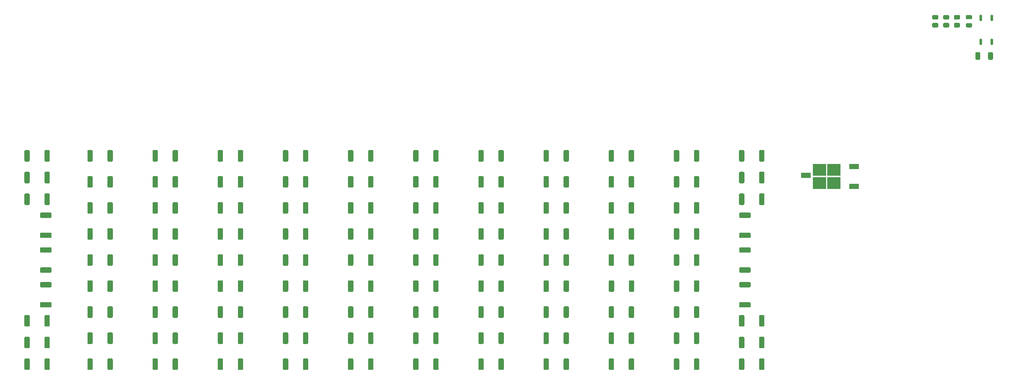
<source format=gbp>
%TF.GenerationSoftware,KiCad,Pcbnew,(5.1.9-0-10_14)*%
%TF.CreationDate,2022-11-21T01:50:29-05:00*%
%TF.ProjectId,5AhG3-12S,35416847-332d-4313-9253-2e6b69636164,rev?*%
%TF.SameCoordinates,Original*%
%TF.FileFunction,Paste,Bot*%
%TF.FilePolarity,Positive*%
%FSLAX46Y46*%
G04 Gerber Fmt 4.6, Leading zero omitted, Abs format (unit mm)*
G04 Created by KiCad (PCBNEW (5.1.9-0-10_14)) date 2022-11-21 01:50:29*
%MOMM*%
%LPD*%
G01*
G04 APERTURE LIST*
%ADD10R,2.200000X1.200000*%
%ADD11R,3.050000X2.750000*%
G04 APERTURE END LIST*
%TO.C,R2*%
G36*
G01*
X90800000Y-115924999D02*
X90800000Y-118075001D01*
G75*
G02*
X90550001Y-118325000I-249999J0D01*
G01*
X89824999Y-118325000D01*
G75*
G02*
X89575000Y-118075001I0J249999D01*
G01*
X89575000Y-115924999D01*
G75*
G02*
X89824999Y-115675000I249999J0D01*
G01*
X90550001Y-115675000D01*
G75*
G02*
X90800000Y-115924999I0J-249999D01*
G01*
G37*
G36*
G01*
X95425000Y-115924999D02*
X95425000Y-118075001D01*
G75*
G02*
X95175001Y-118325000I-249999J0D01*
G01*
X94449999Y-118325000D01*
G75*
G02*
X94200000Y-118075001I0J249999D01*
G01*
X94200000Y-115924999D01*
G75*
G02*
X94449999Y-115675000I249999J0D01*
G01*
X95175001Y-115675000D01*
G75*
G02*
X95425000Y-115924999I0J-249999D01*
G01*
G37*
%TD*%
%TO.C,R6*%
G36*
G01*
X93424999Y-145700000D02*
X95575001Y-145700000D01*
G75*
G02*
X95825000Y-145949999I0J-249999D01*
G01*
X95825000Y-146675001D01*
G75*
G02*
X95575001Y-146925000I-249999J0D01*
G01*
X93424999Y-146925000D01*
G75*
G02*
X93175000Y-146675001I0J249999D01*
G01*
X93175000Y-145949999D01*
G75*
G02*
X93424999Y-145700000I249999J0D01*
G01*
G37*
G36*
G01*
X93424999Y-141075000D02*
X95575001Y-141075000D01*
G75*
G02*
X95825000Y-141324999I0J-249999D01*
G01*
X95825000Y-142050001D01*
G75*
G02*
X95575001Y-142300000I-249999J0D01*
G01*
X93424999Y-142300000D01*
G75*
G02*
X93175000Y-142050001I0J249999D01*
G01*
X93175000Y-141324999D01*
G75*
G02*
X93424999Y-141075000I249999J0D01*
G01*
G37*
%TD*%
%TO.C,R12*%
G36*
G01*
X108700000Y-125075001D02*
X108700000Y-122924999D01*
G75*
G02*
X108949999Y-122675000I249999J0D01*
G01*
X109675001Y-122675000D01*
G75*
G02*
X109925000Y-122924999I0J-249999D01*
G01*
X109925000Y-125075001D01*
G75*
G02*
X109675001Y-125325000I-249999J0D01*
G01*
X108949999Y-125325000D01*
G75*
G02*
X108700000Y-125075001I0J249999D01*
G01*
G37*
G36*
G01*
X104075000Y-125075001D02*
X104075000Y-122924999D01*
G75*
G02*
X104324999Y-122675000I249999J0D01*
G01*
X105050001Y-122675000D01*
G75*
G02*
X105300000Y-122924999I0J-249999D01*
G01*
X105300000Y-125075001D01*
G75*
G02*
X105050001Y-125325000I-249999J0D01*
G01*
X104324999Y-125325000D01*
G75*
G02*
X104075000Y-125075001I0J249999D01*
G01*
G37*
%TD*%
%TO.C,R20*%
G36*
G01*
X120300000Y-116924999D02*
X120300000Y-119075001D01*
G75*
G02*
X120050001Y-119325000I-249999J0D01*
G01*
X119324999Y-119325000D01*
G75*
G02*
X119075000Y-119075001I0J249999D01*
G01*
X119075000Y-116924999D01*
G75*
G02*
X119324999Y-116675000I249999J0D01*
G01*
X120050001Y-116675000D01*
G75*
G02*
X120300000Y-116924999I0J-249999D01*
G01*
G37*
G36*
G01*
X124925000Y-116924999D02*
X124925000Y-119075001D01*
G75*
G02*
X124675001Y-119325000I-249999J0D01*
G01*
X123949999Y-119325000D01*
G75*
G02*
X123700000Y-119075001I0J249999D01*
G01*
X123700000Y-116924999D01*
G75*
G02*
X123949999Y-116675000I249999J0D01*
G01*
X124675001Y-116675000D01*
G75*
G02*
X124925000Y-116924999I0J-249999D01*
G01*
G37*
%TD*%
%TO.C,R29*%
G36*
G01*
X139925000Y-116924999D02*
X139925000Y-119075001D01*
G75*
G02*
X139675001Y-119325000I-249999J0D01*
G01*
X138949999Y-119325000D01*
G75*
G02*
X138700000Y-119075001I0J249999D01*
G01*
X138700000Y-116924999D01*
G75*
G02*
X138949999Y-116675000I249999J0D01*
G01*
X139675001Y-116675000D01*
G75*
G02*
X139925000Y-116924999I0J-249999D01*
G01*
G37*
G36*
G01*
X135300000Y-116924999D02*
X135300000Y-119075001D01*
G75*
G02*
X135050001Y-119325000I-249999J0D01*
G01*
X134324999Y-119325000D01*
G75*
G02*
X134075000Y-119075001I0J249999D01*
G01*
X134075000Y-116924999D01*
G75*
G02*
X134324999Y-116675000I249999J0D01*
G01*
X135050001Y-116675000D01*
G75*
G02*
X135300000Y-116924999I0J-249999D01*
G01*
G37*
%TD*%
%TO.C,R40*%
G36*
G01*
X150300000Y-128924999D02*
X150300000Y-131075001D01*
G75*
G02*
X150050001Y-131325000I-249999J0D01*
G01*
X149324999Y-131325000D01*
G75*
G02*
X149075000Y-131075001I0J249999D01*
G01*
X149075000Y-128924999D01*
G75*
G02*
X149324999Y-128675000I249999J0D01*
G01*
X150050001Y-128675000D01*
G75*
G02*
X150300000Y-128924999I0J-249999D01*
G01*
G37*
G36*
G01*
X154925000Y-128924999D02*
X154925000Y-131075001D01*
G75*
G02*
X154675001Y-131325000I-249999J0D01*
G01*
X153949999Y-131325000D01*
G75*
G02*
X153700000Y-131075001I0J249999D01*
G01*
X153700000Y-128924999D01*
G75*
G02*
X153949999Y-128675000I249999J0D01*
G01*
X154675001Y-128675000D01*
G75*
G02*
X154925000Y-128924999I0J-249999D01*
G01*
G37*
%TD*%
%TO.C,R53*%
G36*
G01*
X169925000Y-152924999D02*
X169925000Y-155075001D01*
G75*
G02*
X169675001Y-155325000I-249999J0D01*
G01*
X168949999Y-155325000D01*
G75*
G02*
X168700000Y-155075001I0J249999D01*
G01*
X168700000Y-152924999D01*
G75*
G02*
X168949999Y-152675000I249999J0D01*
G01*
X169675001Y-152675000D01*
G75*
G02*
X169925000Y-152924999I0J-249999D01*
G01*
G37*
G36*
G01*
X165300000Y-152924999D02*
X165300000Y-155075001D01*
G75*
G02*
X165050001Y-155325000I-249999J0D01*
G01*
X164324999Y-155325000D01*
G75*
G02*
X164075000Y-155075001I0J249999D01*
G01*
X164075000Y-152924999D01*
G75*
G02*
X164324999Y-152675000I249999J0D01*
G01*
X165050001Y-152675000D01*
G75*
G02*
X165300000Y-152924999I0J-249999D01*
G01*
G37*
%TD*%
%TO.C,R67*%
G36*
G01*
X199925000Y-128924999D02*
X199925000Y-131075001D01*
G75*
G02*
X199675001Y-131325000I-249999J0D01*
G01*
X198949999Y-131325000D01*
G75*
G02*
X198700000Y-131075001I0J249999D01*
G01*
X198700000Y-128924999D01*
G75*
G02*
X198949999Y-128675000I249999J0D01*
G01*
X199675001Y-128675000D01*
G75*
G02*
X199925000Y-128924999I0J-249999D01*
G01*
G37*
G36*
G01*
X195300000Y-128924999D02*
X195300000Y-131075001D01*
G75*
G02*
X195050001Y-131325000I-249999J0D01*
G01*
X194324999Y-131325000D01*
G75*
G02*
X194075000Y-131075001I0J249999D01*
G01*
X194075000Y-128924999D01*
G75*
G02*
X194324999Y-128675000I249999J0D01*
G01*
X195050001Y-128675000D01*
G75*
G02*
X195300000Y-128924999I0J-249999D01*
G01*
G37*
%TD*%
%TO.C,R95*%
G36*
G01*
X239075000Y-137075001D02*
X239075000Y-134924999D01*
G75*
G02*
X239324999Y-134675000I249999J0D01*
G01*
X240050001Y-134675000D01*
G75*
G02*
X240300000Y-134924999I0J-249999D01*
G01*
X240300000Y-137075001D01*
G75*
G02*
X240050001Y-137325000I-249999J0D01*
G01*
X239324999Y-137325000D01*
G75*
G02*
X239075000Y-137075001I0J249999D01*
G01*
G37*
G36*
G01*
X243700000Y-137075001D02*
X243700000Y-134924999D01*
G75*
G02*
X243949999Y-134675000I249999J0D01*
G01*
X244675001Y-134675000D01*
G75*
G02*
X244925000Y-134924999I0J-249999D01*
G01*
X244925000Y-137075001D01*
G75*
G02*
X244675001Y-137325000I-249999J0D01*
G01*
X243949999Y-137325000D01*
G75*
G02*
X243700000Y-137075001I0J249999D01*
G01*
G37*
%TD*%
%TO.C,R1*%
G36*
G01*
X89575000Y-113075001D02*
X89575000Y-110924999D01*
G75*
G02*
X89824999Y-110675000I249999J0D01*
G01*
X90550001Y-110675000D01*
G75*
G02*
X90800000Y-110924999I0J-249999D01*
G01*
X90800000Y-113075001D01*
G75*
G02*
X90550001Y-113325000I-249999J0D01*
G01*
X89824999Y-113325000D01*
G75*
G02*
X89575000Y-113075001I0J249999D01*
G01*
G37*
G36*
G01*
X94200000Y-113075001D02*
X94200000Y-110924999D01*
G75*
G02*
X94449999Y-110675000I249999J0D01*
G01*
X95175001Y-110675000D01*
G75*
G02*
X95425000Y-110924999I0J-249999D01*
G01*
X95425000Y-113075001D01*
G75*
G02*
X95175001Y-113325000I-249999J0D01*
G01*
X94449999Y-113325000D01*
G75*
G02*
X94200000Y-113075001I0J249999D01*
G01*
G37*
%TD*%
%TO.C,R3*%
G36*
G01*
X89575000Y-123075001D02*
X89575000Y-120924999D01*
G75*
G02*
X89824999Y-120675000I249999J0D01*
G01*
X90550001Y-120675000D01*
G75*
G02*
X90800000Y-120924999I0J-249999D01*
G01*
X90800000Y-123075001D01*
G75*
G02*
X90550001Y-123325000I-249999J0D01*
G01*
X89824999Y-123325000D01*
G75*
G02*
X89575000Y-123075001I0J249999D01*
G01*
G37*
G36*
G01*
X94200000Y-123075001D02*
X94200000Y-120924999D01*
G75*
G02*
X94449999Y-120675000I249999J0D01*
G01*
X95175001Y-120675000D01*
G75*
G02*
X95425000Y-120924999I0J-249999D01*
G01*
X95425000Y-123075001D01*
G75*
G02*
X95175001Y-123325000I-249999J0D01*
G01*
X94449999Y-123325000D01*
G75*
G02*
X94200000Y-123075001I0J249999D01*
G01*
G37*
%TD*%
%TO.C,R4*%
G36*
G01*
X93424999Y-129700000D02*
X95575001Y-129700000D01*
G75*
G02*
X95825000Y-129949999I0J-249999D01*
G01*
X95825000Y-130675001D01*
G75*
G02*
X95575001Y-130925000I-249999J0D01*
G01*
X93424999Y-130925000D01*
G75*
G02*
X93175000Y-130675001I0J249999D01*
G01*
X93175000Y-129949999D01*
G75*
G02*
X93424999Y-129700000I249999J0D01*
G01*
G37*
G36*
G01*
X93424999Y-125075000D02*
X95575001Y-125075000D01*
G75*
G02*
X95825000Y-125324999I0J-249999D01*
G01*
X95825000Y-126050001D01*
G75*
G02*
X95575001Y-126300000I-249999J0D01*
G01*
X93424999Y-126300000D01*
G75*
G02*
X93175000Y-126050001I0J249999D01*
G01*
X93175000Y-125324999D01*
G75*
G02*
X93424999Y-125075000I249999J0D01*
G01*
G37*
%TD*%
%TO.C,R5*%
G36*
G01*
X93424999Y-133075000D02*
X95575001Y-133075000D01*
G75*
G02*
X95825000Y-133324999I0J-249999D01*
G01*
X95825000Y-134050001D01*
G75*
G02*
X95575001Y-134300000I-249999J0D01*
G01*
X93424999Y-134300000D01*
G75*
G02*
X93175000Y-134050001I0J249999D01*
G01*
X93175000Y-133324999D01*
G75*
G02*
X93424999Y-133075000I249999J0D01*
G01*
G37*
G36*
G01*
X93424999Y-137700000D02*
X95575001Y-137700000D01*
G75*
G02*
X95825000Y-137949999I0J-249999D01*
G01*
X95825000Y-138675001D01*
G75*
G02*
X95575001Y-138925000I-249999J0D01*
G01*
X93424999Y-138925000D01*
G75*
G02*
X93175000Y-138675001I0J249999D01*
G01*
X93175000Y-137949999D01*
G75*
G02*
X93424999Y-137700000I249999J0D01*
G01*
G37*
%TD*%
%TO.C,R7*%
G36*
G01*
X95425000Y-148924999D02*
X95425000Y-151075001D01*
G75*
G02*
X95175001Y-151325000I-249999J0D01*
G01*
X94449999Y-151325000D01*
G75*
G02*
X94200000Y-151075001I0J249999D01*
G01*
X94200000Y-148924999D01*
G75*
G02*
X94449999Y-148675000I249999J0D01*
G01*
X95175001Y-148675000D01*
G75*
G02*
X95425000Y-148924999I0J-249999D01*
G01*
G37*
G36*
G01*
X90800000Y-148924999D02*
X90800000Y-151075001D01*
G75*
G02*
X90550001Y-151325000I-249999J0D01*
G01*
X89824999Y-151325000D01*
G75*
G02*
X89575000Y-151075001I0J249999D01*
G01*
X89575000Y-148924999D01*
G75*
G02*
X89824999Y-148675000I249999J0D01*
G01*
X90550001Y-148675000D01*
G75*
G02*
X90800000Y-148924999I0J-249999D01*
G01*
G37*
%TD*%
%TO.C,R8*%
G36*
G01*
X94200000Y-156075001D02*
X94200000Y-153924999D01*
G75*
G02*
X94449999Y-153675000I249999J0D01*
G01*
X95175001Y-153675000D01*
G75*
G02*
X95425000Y-153924999I0J-249999D01*
G01*
X95425000Y-156075001D01*
G75*
G02*
X95175001Y-156325000I-249999J0D01*
G01*
X94449999Y-156325000D01*
G75*
G02*
X94200000Y-156075001I0J249999D01*
G01*
G37*
G36*
G01*
X89575000Y-156075001D02*
X89575000Y-153924999D01*
G75*
G02*
X89824999Y-153675000I249999J0D01*
G01*
X90550001Y-153675000D01*
G75*
G02*
X90800000Y-153924999I0J-249999D01*
G01*
X90800000Y-156075001D01*
G75*
G02*
X90550001Y-156325000I-249999J0D01*
G01*
X89824999Y-156325000D01*
G75*
G02*
X89575000Y-156075001I0J249999D01*
G01*
G37*
%TD*%
%TO.C,R9*%
G36*
G01*
X95425000Y-158924999D02*
X95425000Y-161075001D01*
G75*
G02*
X95175001Y-161325000I-249999J0D01*
G01*
X94449999Y-161325000D01*
G75*
G02*
X94200000Y-161075001I0J249999D01*
G01*
X94200000Y-158924999D01*
G75*
G02*
X94449999Y-158675000I249999J0D01*
G01*
X95175001Y-158675000D01*
G75*
G02*
X95425000Y-158924999I0J-249999D01*
G01*
G37*
G36*
G01*
X90800000Y-158924999D02*
X90800000Y-161075001D01*
G75*
G02*
X90550001Y-161325000I-249999J0D01*
G01*
X89824999Y-161325000D01*
G75*
G02*
X89575000Y-161075001I0J249999D01*
G01*
X89575000Y-158924999D01*
G75*
G02*
X89824999Y-158675000I249999J0D01*
G01*
X90550001Y-158675000D01*
G75*
G02*
X90800000Y-158924999I0J-249999D01*
G01*
G37*
%TD*%
%TO.C,R10*%
G36*
G01*
X108700000Y-113075001D02*
X108700000Y-110924999D01*
G75*
G02*
X108949999Y-110675000I249999J0D01*
G01*
X109675001Y-110675000D01*
G75*
G02*
X109925000Y-110924999I0J-249999D01*
G01*
X109925000Y-113075001D01*
G75*
G02*
X109675001Y-113325000I-249999J0D01*
G01*
X108949999Y-113325000D01*
G75*
G02*
X108700000Y-113075001I0J249999D01*
G01*
G37*
G36*
G01*
X104075000Y-113075001D02*
X104075000Y-110924999D01*
G75*
G02*
X104324999Y-110675000I249999J0D01*
G01*
X105050001Y-110675000D01*
G75*
G02*
X105300000Y-110924999I0J-249999D01*
G01*
X105300000Y-113075001D01*
G75*
G02*
X105050001Y-113325000I-249999J0D01*
G01*
X104324999Y-113325000D01*
G75*
G02*
X104075000Y-113075001I0J249999D01*
G01*
G37*
%TD*%
%TO.C,R11*%
G36*
G01*
X109925000Y-116924999D02*
X109925000Y-119075001D01*
G75*
G02*
X109675001Y-119325000I-249999J0D01*
G01*
X108949999Y-119325000D01*
G75*
G02*
X108700000Y-119075001I0J249999D01*
G01*
X108700000Y-116924999D01*
G75*
G02*
X108949999Y-116675000I249999J0D01*
G01*
X109675001Y-116675000D01*
G75*
G02*
X109925000Y-116924999I0J-249999D01*
G01*
G37*
G36*
G01*
X105300000Y-116924999D02*
X105300000Y-119075001D01*
G75*
G02*
X105050001Y-119325000I-249999J0D01*
G01*
X104324999Y-119325000D01*
G75*
G02*
X104075000Y-119075001I0J249999D01*
G01*
X104075000Y-116924999D01*
G75*
G02*
X104324999Y-116675000I249999J0D01*
G01*
X105050001Y-116675000D01*
G75*
G02*
X105300000Y-116924999I0J-249999D01*
G01*
G37*
%TD*%
%TO.C,R13*%
G36*
G01*
X109925000Y-128924999D02*
X109925000Y-131075001D01*
G75*
G02*
X109675001Y-131325000I-249999J0D01*
G01*
X108949999Y-131325000D01*
G75*
G02*
X108700000Y-131075001I0J249999D01*
G01*
X108700000Y-128924999D01*
G75*
G02*
X108949999Y-128675000I249999J0D01*
G01*
X109675001Y-128675000D01*
G75*
G02*
X109925000Y-128924999I0J-249999D01*
G01*
G37*
G36*
G01*
X105300000Y-128924999D02*
X105300000Y-131075001D01*
G75*
G02*
X105050001Y-131325000I-249999J0D01*
G01*
X104324999Y-131325000D01*
G75*
G02*
X104075000Y-131075001I0J249999D01*
G01*
X104075000Y-128924999D01*
G75*
G02*
X104324999Y-128675000I249999J0D01*
G01*
X105050001Y-128675000D01*
G75*
G02*
X105300000Y-128924999I0J-249999D01*
G01*
G37*
%TD*%
%TO.C,R14*%
G36*
G01*
X108700000Y-137075001D02*
X108700000Y-134924999D01*
G75*
G02*
X108949999Y-134675000I249999J0D01*
G01*
X109675001Y-134675000D01*
G75*
G02*
X109925000Y-134924999I0J-249999D01*
G01*
X109925000Y-137075001D01*
G75*
G02*
X109675001Y-137325000I-249999J0D01*
G01*
X108949999Y-137325000D01*
G75*
G02*
X108700000Y-137075001I0J249999D01*
G01*
G37*
G36*
G01*
X104075000Y-137075001D02*
X104075000Y-134924999D01*
G75*
G02*
X104324999Y-134675000I249999J0D01*
G01*
X105050001Y-134675000D01*
G75*
G02*
X105300000Y-134924999I0J-249999D01*
G01*
X105300000Y-137075001D01*
G75*
G02*
X105050001Y-137325000I-249999J0D01*
G01*
X104324999Y-137325000D01*
G75*
G02*
X104075000Y-137075001I0J249999D01*
G01*
G37*
%TD*%
%TO.C,R15*%
G36*
G01*
X109925000Y-140924999D02*
X109925000Y-143075001D01*
G75*
G02*
X109675001Y-143325000I-249999J0D01*
G01*
X108949999Y-143325000D01*
G75*
G02*
X108700000Y-143075001I0J249999D01*
G01*
X108700000Y-140924999D01*
G75*
G02*
X108949999Y-140675000I249999J0D01*
G01*
X109675001Y-140675000D01*
G75*
G02*
X109925000Y-140924999I0J-249999D01*
G01*
G37*
G36*
G01*
X105300000Y-140924999D02*
X105300000Y-143075001D01*
G75*
G02*
X105050001Y-143325000I-249999J0D01*
G01*
X104324999Y-143325000D01*
G75*
G02*
X104075000Y-143075001I0J249999D01*
G01*
X104075000Y-140924999D01*
G75*
G02*
X104324999Y-140675000I249999J0D01*
G01*
X105050001Y-140675000D01*
G75*
G02*
X105300000Y-140924999I0J-249999D01*
G01*
G37*
%TD*%
%TO.C,R16*%
G36*
G01*
X108700000Y-149075001D02*
X108700000Y-146924999D01*
G75*
G02*
X108949999Y-146675000I249999J0D01*
G01*
X109675001Y-146675000D01*
G75*
G02*
X109925000Y-146924999I0J-249999D01*
G01*
X109925000Y-149075001D01*
G75*
G02*
X109675001Y-149325000I-249999J0D01*
G01*
X108949999Y-149325000D01*
G75*
G02*
X108700000Y-149075001I0J249999D01*
G01*
G37*
G36*
G01*
X104075000Y-149075001D02*
X104075000Y-146924999D01*
G75*
G02*
X104324999Y-146675000I249999J0D01*
G01*
X105050001Y-146675000D01*
G75*
G02*
X105300000Y-146924999I0J-249999D01*
G01*
X105300000Y-149075001D01*
G75*
G02*
X105050001Y-149325000I-249999J0D01*
G01*
X104324999Y-149325000D01*
G75*
G02*
X104075000Y-149075001I0J249999D01*
G01*
G37*
%TD*%
%TO.C,R17*%
G36*
G01*
X109925000Y-152924999D02*
X109925000Y-155075001D01*
G75*
G02*
X109675001Y-155325000I-249999J0D01*
G01*
X108949999Y-155325000D01*
G75*
G02*
X108700000Y-155075001I0J249999D01*
G01*
X108700000Y-152924999D01*
G75*
G02*
X108949999Y-152675000I249999J0D01*
G01*
X109675001Y-152675000D01*
G75*
G02*
X109925000Y-152924999I0J-249999D01*
G01*
G37*
G36*
G01*
X105300000Y-152924999D02*
X105300000Y-155075001D01*
G75*
G02*
X105050001Y-155325000I-249999J0D01*
G01*
X104324999Y-155325000D01*
G75*
G02*
X104075000Y-155075001I0J249999D01*
G01*
X104075000Y-152924999D01*
G75*
G02*
X104324999Y-152675000I249999J0D01*
G01*
X105050001Y-152675000D01*
G75*
G02*
X105300000Y-152924999I0J-249999D01*
G01*
G37*
%TD*%
%TO.C,R18*%
G36*
G01*
X108700000Y-161075001D02*
X108700000Y-158924999D01*
G75*
G02*
X108949999Y-158675000I249999J0D01*
G01*
X109675001Y-158675000D01*
G75*
G02*
X109925000Y-158924999I0J-249999D01*
G01*
X109925000Y-161075001D01*
G75*
G02*
X109675001Y-161325000I-249999J0D01*
G01*
X108949999Y-161325000D01*
G75*
G02*
X108700000Y-161075001I0J249999D01*
G01*
G37*
G36*
G01*
X104075000Y-161075001D02*
X104075000Y-158924999D01*
G75*
G02*
X104324999Y-158675000I249999J0D01*
G01*
X105050001Y-158675000D01*
G75*
G02*
X105300000Y-158924999I0J-249999D01*
G01*
X105300000Y-161075001D01*
G75*
G02*
X105050001Y-161325000I-249999J0D01*
G01*
X104324999Y-161325000D01*
G75*
G02*
X104075000Y-161075001I0J249999D01*
G01*
G37*
%TD*%
%TO.C,R19*%
G36*
G01*
X119075000Y-113075001D02*
X119075000Y-110924999D01*
G75*
G02*
X119324999Y-110675000I249999J0D01*
G01*
X120050001Y-110675000D01*
G75*
G02*
X120300000Y-110924999I0J-249999D01*
G01*
X120300000Y-113075001D01*
G75*
G02*
X120050001Y-113325000I-249999J0D01*
G01*
X119324999Y-113325000D01*
G75*
G02*
X119075000Y-113075001I0J249999D01*
G01*
G37*
G36*
G01*
X123700000Y-113075001D02*
X123700000Y-110924999D01*
G75*
G02*
X123949999Y-110675000I249999J0D01*
G01*
X124675001Y-110675000D01*
G75*
G02*
X124925000Y-110924999I0J-249999D01*
G01*
X124925000Y-113075001D01*
G75*
G02*
X124675001Y-113325000I-249999J0D01*
G01*
X123949999Y-113325000D01*
G75*
G02*
X123700000Y-113075001I0J249999D01*
G01*
G37*
%TD*%
%TO.C,R21*%
G36*
G01*
X119075000Y-125075001D02*
X119075000Y-122924999D01*
G75*
G02*
X119324999Y-122675000I249999J0D01*
G01*
X120050001Y-122675000D01*
G75*
G02*
X120300000Y-122924999I0J-249999D01*
G01*
X120300000Y-125075001D01*
G75*
G02*
X120050001Y-125325000I-249999J0D01*
G01*
X119324999Y-125325000D01*
G75*
G02*
X119075000Y-125075001I0J249999D01*
G01*
G37*
G36*
G01*
X123700000Y-125075001D02*
X123700000Y-122924999D01*
G75*
G02*
X123949999Y-122675000I249999J0D01*
G01*
X124675001Y-122675000D01*
G75*
G02*
X124925000Y-122924999I0J-249999D01*
G01*
X124925000Y-125075001D01*
G75*
G02*
X124675001Y-125325000I-249999J0D01*
G01*
X123949999Y-125325000D01*
G75*
G02*
X123700000Y-125075001I0J249999D01*
G01*
G37*
%TD*%
%TO.C,R22*%
G36*
G01*
X120300000Y-128924999D02*
X120300000Y-131075001D01*
G75*
G02*
X120050001Y-131325000I-249999J0D01*
G01*
X119324999Y-131325000D01*
G75*
G02*
X119075000Y-131075001I0J249999D01*
G01*
X119075000Y-128924999D01*
G75*
G02*
X119324999Y-128675000I249999J0D01*
G01*
X120050001Y-128675000D01*
G75*
G02*
X120300000Y-128924999I0J-249999D01*
G01*
G37*
G36*
G01*
X124925000Y-128924999D02*
X124925000Y-131075001D01*
G75*
G02*
X124675001Y-131325000I-249999J0D01*
G01*
X123949999Y-131325000D01*
G75*
G02*
X123700000Y-131075001I0J249999D01*
G01*
X123700000Y-128924999D01*
G75*
G02*
X123949999Y-128675000I249999J0D01*
G01*
X124675001Y-128675000D01*
G75*
G02*
X124925000Y-128924999I0J-249999D01*
G01*
G37*
%TD*%
%TO.C,R23*%
G36*
G01*
X119075000Y-137075001D02*
X119075000Y-134924999D01*
G75*
G02*
X119324999Y-134675000I249999J0D01*
G01*
X120050001Y-134675000D01*
G75*
G02*
X120300000Y-134924999I0J-249999D01*
G01*
X120300000Y-137075001D01*
G75*
G02*
X120050001Y-137325000I-249999J0D01*
G01*
X119324999Y-137325000D01*
G75*
G02*
X119075000Y-137075001I0J249999D01*
G01*
G37*
G36*
G01*
X123700000Y-137075001D02*
X123700000Y-134924999D01*
G75*
G02*
X123949999Y-134675000I249999J0D01*
G01*
X124675001Y-134675000D01*
G75*
G02*
X124925000Y-134924999I0J-249999D01*
G01*
X124925000Y-137075001D01*
G75*
G02*
X124675001Y-137325000I-249999J0D01*
G01*
X123949999Y-137325000D01*
G75*
G02*
X123700000Y-137075001I0J249999D01*
G01*
G37*
%TD*%
%TO.C,R24*%
G36*
G01*
X120300000Y-140924999D02*
X120300000Y-143075001D01*
G75*
G02*
X120050001Y-143325000I-249999J0D01*
G01*
X119324999Y-143325000D01*
G75*
G02*
X119075000Y-143075001I0J249999D01*
G01*
X119075000Y-140924999D01*
G75*
G02*
X119324999Y-140675000I249999J0D01*
G01*
X120050001Y-140675000D01*
G75*
G02*
X120300000Y-140924999I0J-249999D01*
G01*
G37*
G36*
G01*
X124925000Y-140924999D02*
X124925000Y-143075001D01*
G75*
G02*
X124675001Y-143325000I-249999J0D01*
G01*
X123949999Y-143325000D01*
G75*
G02*
X123700000Y-143075001I0J249999D01*
G01*
X123700000Y-140924999D01*
G75*
G02*
X123949999Y-140675000I249999J0D01*
G01*
X124675001Y-140675000D01*
G75*
G02*
X124925000Y-140924999I0J-249999D01*
G01*
G37*
%TD*%
%TO.C,R25*%
G36*
G01*
X119075000Y-149075001D02*
X119075000Y-146924999D01*
G75*
G02*
X119324999Y-146675000I249999J0D01*
G01*
X120050001Y-146675000D01*
G75*
G02*
X120300000Y-146924999I0J-249999D01*
G01*
X120300000Y-149075001D01*
G75*
G02*
X120050001Y-149325000I-249999J0D01*
G01*
X119324999Y-149325000D01*
G75*
G02*
X119075000Y-149075001I0J249999D01*
G01*
G37*
G36*
G01*
X123700000Y-149075001D02*
X123700000Y-146924999D01*
G75*
G02*
X123949999Y-146675000I249999J0D01*
G01*
X124675001Y-146675000D01*
G75*
G02*
X124925000Y-146924999I0J-249999D01*
G01*
X124925000Y-149075001D01*
G75*
G02*
X124675001Y-149325000I-249999J0D01*
G01*
X123949999Y-149325000D01*
G75*
G02*
X123700000Y-149075001I0J249999D01*
G01*
G37*
%TD*%
%TO.C,R26*%
G36*
G01*
X120300000Y-152924999D02*
X120300000Y-155075001D01*
G75*
G02*
X120050001Y-155325000I-249999J0D01*
G01*
X119324999Y-155325000D01*
G75*
G02*
X119075000Y-155075001I0J249999D01*
G01*
X119075000Y-152924999D01*
G75*
G02*
X119324999Y-152675000I249999J0D01*
G01*
X120050001Y-152675000D01*
G75*
G02*
X120300000Y-152924999I0J-249999D01*
G01*
G37*
G36*
G01*
X124925000Y-152924999D02*
X124925000Y-155075001D01*
G75*
G02*
X124675001Y-155325000I-249999J0D01*
G01*
X123949999Y-155325000D01*
G75*
G02*
X123700000Y-155075001I0J249999D01*
G01*
X123700000Y-152924999D01*
G75*
G02*
X123949999Y-152675000I249999J0D01*
G01*
X124675001Y-152675000D01*
G75*
G02*
X124925000Y-152924999I0J-249999D01*
G01*
G37*
%TD*%
%TO.C,R27*%
G36*
G01*
X119075000Y-161075001D02*
X119075000Y-158924999D01*
G75*
G02*
X119324999Y-158675000I249999J0D01*
G01*
X120050001Y-158675000D01*
G75*
G02*
X120300000Y-158924999I0J-249999D01*
G01*
X120300000Y-161075001D01*
G75*
G02*
X120050001Y-161325000I-249999J0D01*
G01*
X119324999Y-161325000D01*
G75*
G02*
X119075000Y-161075001I0J249999D01*
G01*
G37*
G36*
G01*
X123700000Y-161075001D02*
X123700000Y-158924999D01*
G75*
G02*
X123949999Y-158675000I249999J0D01*
G01*
X124675001Y-158675000D01*
G75*
G02*
X124925000Y-158924999I0J-249999D01*
G01*
X124925000Y-161075001D01*
G75*
G02*
X124675001Y-161325000I-249999J0D01*
G01*
X123949999Y-161325000D01*
G75*
G02*
X123700000Y-161075001I0J249999D01*
G01*
G37*
%TD*%
%TO.C,R28*%
G36*
G01*
X138700000Y-113075001D02*
X138700000Y-110924999D01*
G75*
G02*
X138949999Y-110675000I249999J0D01*
G01*
X139675001Y-110675000D01*
G75*
G02*
X139925000Y-110924999I0J-249999D01*
G01*
X139925000Y-113075001D01*
G75*
G02*
X139675001Y-113325000I-249999J0D01*
G01*
X138949999Y-113325000D01*
G75*
G02*
X138700000Y-113075001I0J249999D01*
G01*
G37*
G36*
G01*
X134075000Y-113075001D02*
X134075000Y-110924999D01*
G75*
G02*
X134324999Y-110675000I249999J0D01*
G01*
X135050001Y-110675000D01*
G75*
G02*
X135300000Y-110924999I0J-249999D01*
G01*
X135300000Y-113075001D01*
G75*
G02*
X135050001Y-113325000I-249999J0D01*
G01*
X134324999Y-113325000D01*
G75*
G02*
X134075000Y-113075001I0J249999D01*
G01*
G37*
%TD*%
%TO.C,R30*%
G36*
G01*
X138700000Y-125075001D02*
X138700000Y-122924999D01*
G75*
G02*
X138949999Y-122675000I249999J0D01*
G01*
X139675001Y-122675000D01*
G75*
G02*
X139925000Y-122924999I0J-249999D01*
G01*
X139925000Y-125075001D01*
G75*
G02*
X139675001Y-125325000I-249999J0D01*
G01*
X138949999Y-125325000D01*
G75*
G02*
X138700000Y-125075001I0J249999D01*
G01*
G37*
G36*
G01*
X134075000Y-125075001D02*
X134075000Y-122924999D01*
G75*
G02*
X134324999Y-122675000I249999J0D01*
G01*
X135050001Y-122675000D01*
G75*
G02*
X135300000Y-122924999I0J-249999D01*
G01*
X135300000Y-125075001D01*
G75*
G02*
X135050001Y-125325000I-249999J0D01*
G01*
X134324999Y-125325000D01*
G75*
G02*
X134075000Y-125075001I0J249999D01*
G01*
G37*
%TD*%
%TO.C,R31*%
G36*
G01*
X139925000Y-128924999D02*
X139925000Y-131075001D01*
G75*
G02*
X139675001Y-131325000I-249999J0D01*
G01*
X138949999Y-131325000D01*
G75*
G02*
X138700000Y-131075001I0J249999D01*
G01*
X138700000Y-128924999D01*
G75*
G02*
X138949999Y-128675000I249999J0D01*
G01*
X139675001Y-128675000D01*
G75*
G02*
X139925000Y-128924999I0J-249999D01*
G01*
G37*
G36*
G01*
X135300000Y-128924999D02*
X135300000Y-131075001D01*
G75*
G02*
X135050001Y-131325000I-249999J0D01*
G01*
X134324999Y-131325000D01*
G75*
G02*
X134075000Y-131075001I0J249999D01*
G01*
X134075000Y-128924999D01*
G75*
G02*
X134324999Y-128675000I249999J0D01*
G01*
X135050001Y-128675000D01*
G75*
G02*
X135300000Y-128924999I0J-249999D01*
G01*
G37*
%TD*%
%TO.C,R32*%
G36*
G01*
X138700000Y-137075001D02*
X138700000Y-134924999D01*
G75*
G02*
X138949999Y-134675000I249999J0D01*
G01*
X139675001Y-134675000D01*
G75*
G02*
X139925000Y-134924999I0J-249999D01*
G01*
X139925000Y-137075001D01*
G75*
G02*
X139675001Y-137325000I-249999J0D01*
G01*
X138949999Y-137325000D01*
G75*
G02*
X138700000Y-137075001I0J249999D01*
G01*
G37*
G36*
G01*
X134075000Y-137075001D02*
X134075000Y-134924999D01*
G75*
G02*
X134324999Y-134675000I249999J0D01*
G01*
X135050001Y-134675000D01*
G75*
G02*
X135300000Y-134924999I0J-249999D01*
G01*
X135300000Y-137075001D01*
G75*
G02*
X135050001Y-137325000I-249999J0D01*
G01*
X134324999Y-137325000D01*
G75*
G02*
X134075000Y-137075001I0J249999D01*
G01*
G37*
%TD*%
%TO.C,R33*%
G36*
G01*
X139925000Y-140924999D02*
X139925000Y-143075001D01*
G75*
G02*
X139675001Y-143325000I-249999J0D01*
G01*
X138949999Y-143325000D01*
G75*
G02*
X138700000Y-143075001I0J249999D01*
G01*
X138700000Y-140924999D01*
G75*
G02*
X138949999Y-140675000I249999J0D01*
G01*
X139675001Y-140675000D01*
G75*
G02*
X139925000Y-140924999I0J-249999D01*
G01*
G37*
G36*
G01*
X135300000Y-140924999D02*
X135300000Y-143075001D01*
G75*
G02*
X135050001Y-143325000I-249999J0D01*
G01*
X134324999Y-143325000D01*
G75*
G02*
X134075000Y-143075001I0J249999D01*
G01*
X134075000Y-140924999D01*
G75*
G02*
X134324999Y-140675000I249999J0D01*
G01*
X135050001Y-140675000D01*
G75*
G02*
X135300000Y-140924999I0J-249999D01*
G01*
G37*
%TD*%
%TO.C,R34*%
G36*
G01*
X138700000Y-149075001D02*
X138700000Y-146924999D01*
G75*
G02*
X138949999Y-146675000I249999J0D01*
G01*
X139675001Y-146675000D01*
G75*
G02*
X139925000Y-146924999I0J-249999D01*
G01*
X139925000Y-149075001D01*
G75*
G02*
X139675001Y-149325000I-249999J0D01*
G01*
X138949999Y-149325000D01*
G75*
G02*
X138700000Y-149075001I0J249999D01*
G01*
G37*
G36*
G01*
X134075000Y-149075001D02*
X134075000Y-146924999D01*
G75*
G02*
X134324999Y-146675000I249999J0D01*
G01*
X135050001Y-146675000D01*
G75*
G02*
X135300000Y-146924999I0J-249999D01*
G01*
X135300000Y-149075001D01*
G75*
G02*
X135050001Y-149325000I-249999J0D01*
G01*
X134324999Y-149325000D01*
G75*
G02*
X134075000Y-149075001I0J249999D01*
G01*
G37*
%TD*%
%TO.C,R35*%
G36*
G01*
X139925000Y-152924999D02*
X139925000Y-155075001D01*
G75*
G02*
X139675001Y-155325000I-249999J0D01*
G01*
X138949999Y-155325000D01*
G75*
G02*
X138700000Y-155075001I0J249999D01*
G01*
X138700000Y-152924999D01*
G75*
G02*
X138949999Y-152675000I249999J0D01*
G01*
X139675001Y-152675000D01*
G75*
G02*
X139925000Y-152924999I0J-249999D01*
G01*
G37*
G36*
G01*
X135300000Y-152924999D02*
X135300000Y-155075001D01*
G75*
G02*
X135050001Y-155325000I-249999J0D01*
G01*
X134324999Y-155325000D01*
G75*
G02*
X134075000Y-155075001I0J249999D01*
G01*
X134075000Y-152924999D01*
G75*
G02*
X134324999Y-152675000I249999J0D01*
G01*
X135050001Y-152675000D01*
G75*
G02*
X135300000Y-152924999I0J-249999D01*
G01*
G37*
%TD*%
%TO.C,R36*%
G36*
G01*
X138700000Y-161075001D02*
X138700000Y-158924999D01*
G75*
G02*
X138949999Y-158675000I249999J0D01*
G01*
X139675001Y-158675000D01*
G75*
G02*
X139925000Y-158924999I0J-249999D01*
G01*
X139925000Y-161075001D01*
G75*
G02*
X139675001Y-161325000I-249999J0D01*
G01*
X138949999Y-161325000D01*
G75*
G02*
X138700000Y-161075001I0J249999D01*
G01*
G37*
G36*
G01*
X134075000Y-161075001D02*
X134075000Y-158924999D01*
G75*
G02*
X134324999Y-158675000I249999J0D01*
G01*
X135050001Y-158675000D01*
G75*
G02*
X135300000Y-158924999I0J-249999D01*
G01*
X135300000Y-161075001D01*
G75*
G02*
X135050001Y-161325000I-249999J0D01*
G01*
X134324999Y-161325000D01*
G75*
G02*
X134075000Y-161075001I0J249999D01*
G01*
G37*
%TD*%
%TO.C,R37*%
G36*
G01*
X149075000Y-113075001D02*
X149075000Y-110924999D01*
G75*
G02*
X149324999Y-110675000I249999J0D01*
G01*
X150050001Y-110675000D01*
G75*
G02*
X150300000Y-110924999I0J-249999D01*
G01*
X150300000Y-113075001D01*
G75*
G02*
X150050001Y-113325000I-249999J0D01*
G01*
X149324999Y-113325000D01*
G75*
G02*
X149075000Y-113075001I0J249999D01*
G01*
G37*
G36*
G01*
X153700000Y-113075001D02*
X153700000Y-110924999D01*
G75*
G02*
X153949999Y-110675000I249999J0D01*
G01*
X154675001Y-110675000D01*
G75*
G02*
X154925000Y-110924999I0J-249999D01*
G01*
X154925000Y-113075001D01*
G75*
G02*
X154675001Y-113325000I-249999J0D01*
G01*
X153949999Y-113325000D01*
G75*
G02*
X153700000Y-113075001I0J249999D01*
G01*
G37*
%TD*%
%TO.C,R38*%
G36*
G01*
X150300000Y-116924999D02*
X150300000Y-119075001D01*
G75*
G02*
X150050001Y-119325000I-249999J0D01*
G01*
X149324999Y-119325000D01*
G75*
G02*
X149075000Y-119075001I0J249999D01*
G01*
X149075000Y-116924999D01*
G75*
G02*
X149324999Y-116675000I249999J0D01*
G01*
X150050001Y-116675000D01*
G75*
G02*
X150300000Y-116924999I0J-249999D01*
G01*
G37*
G36*
G01*
X154925000Y-116924999D02*
X154925000Y-119075001D01*
G75*
G02*
X154675001Y-119325000I-249999J0D01*
G01*
X153949999Y-119325000D01*
G75*
G02*
X153700000Y-119075001I0J249999D01*
G01*
X153700000Y-116924999D01*
G75*
G02*
X153949999Y-116675000I249999J0D01*
G01*
X154675001Y-116675000D01*
G75*
G02*
X154925000Y-116924999I0J-249999D01*
G01*
G37*
%TD*%
%TO.C,R39*%
G36*
G01*
X149075000Y-125075001D02*
X149075000Y-122924999D01*
G75*
G02*
X149324999Y-122675000I249999J0D01*
G01*
X150050001Y-122675000D01*
G75*
G02*
X150300000Y-122924999I0J-249999D01*
G01*
X150300000Y-125075001D01*
G75*
G02*
X150050001Y-125325000I-249999J0D01*
G01*
X149324999Y-125325000D01*
G75*
G02*
X149075000Y-125075001I0J249999D01*
G01*
G37*
G36*
G01*
X153700000Y-125075001D02*
X153700000Y-122924999D01*
G75*
G02*
X153949999Y-122675000I249999J0D01*
G01*
X154675001Y-122675000D01*
G75*
G02*
X154925000Y-122924999I0J-249999D01*
G01*
X154925000Y-125075001D01*
G75*
G02*
X154675001Y-125325000I-249999J0D01*
G01*
X153949999Y-125325000D01*
G75*
G02*
X153700000Y-125075001I0J249999D01*
G01*
G37*
%TD*%
%TO.C,R41*%
G36*
G01*
X149075000Y-137075001D02*
X149075000Y-134924999D01*
G75*
G02*
X149324999Y-134675000I249999J0D01*
G01*
X150050001Y-134675000D01*
G75*
G02*
X150300000Y-134924999I0J-249999D01*
G01*
X150300000Y-137075001D01*
G75*
G02*
X150050001Y-137325000I-249999J0D01*
G01*
X149324999Y-137325000D01*
G75*
G02*
X149075000Y-137075001I0J249999D01*
G01*
G37*
G36*
G01*
X153700000Y-137075001D02*
X153700000Y-134924999D01*
G75*
G02*
X153949999Y-134675000I249999J0D01*
G01*
X154675001Y-134675000D01*
G75*
G02*
X154925000Y-134924999I0J-249999D01*
G01*
X154925000Y-137075001D01*
G75*
G02*
X154675001Y-137325000I-249999J0D01*
G01*
X153949999Y-137325000D01*
G75*
G02*
X153700000Y-137075001I0J249999D01*
G01*
G37*
%TD*%
%TO.C,R42*%
G36*
G01*
X150300000Y-140924999D02*
X150300000Y-143075001D01*
G75*
G02*
X150050001Y-143325000I-249999J0D01*
G01*
X149324999Y-143325000D01*
G75*
G02*
X149075000Y-143075001I0J249999D01*
G01*
X149075000Y-140924999D01*
G75*
G02*
X149324999Y-140675000I249999J0D01*
G01*
X150050001Y-140675000D01*
G75*
G02*
X150300000Y-140924999I0J-249999D01*
G01*
G37*
G36*
G01*
X154925000Y-140924999D02*
X154925000Y-143075001D01*
G75*
G02*
X154675001Y-143325000I-249999J0D01*
G01*
X153949999Y-143325000D01*
G75*
G02*
X153700000Y-143075001I0J249999D01*
G01*
X153700000Y-140924999D01*
G75*
G02*
X153949999Y-140675000I249999J0D01*
G01*
X154675001Y-140675000D01*
G75*
G02*
X154925000Y-140924999I0J-249999D01*
G01*
G37*
%TD*%
%TO.C,R43*%
G36*
G01*
X149075000Y-149075001D02*
X149075000Y-146924999D01*
G75*
G02*
X149324999Y-146675000I249999J0D01*
G01*
X150050001Y-146675000D01*
G75*
G02*
X150300000Y-146924999I0J-249999D01*
G01*
X150300000Y-149075001D01*
G75*
G02*
X150050001Y-149325000I-249999J0D01*
G01*
X149324999Y-149325000D01*
G75*
G02*
X149075000Y-149075001I0J249999D01*
G01*
G37*
G36*
G01*
X153700000Y-149075001D02*
X153700000Y-146924999D01*
G75*
G02*
X153949999Y-146675000I249999J0D01*
G01*
X154675001Y-146675000D01*
G75*
G02*
X154925000Y-146924999I0J-249999D01*
G01*
X154925000Y-149075001D01*
G75*
G02*
X154675001Y-149325000I-249999J0D01*
G01*
X153949999Y-149325000D01*
G75*
G02*
X153700000Y-149075001I0J249999D01*
G01*
G37*
%TD*%
%TO.C,R44*%
G36*
G01*
X150300000Y-152924999D02*
X150300000Y-155075001D01*
G75*
G02*
X150050001Y-155325000I-249999J0D01*
G01*
X149324999Y-155325000D01*
G75*
G02*
X149075000Y-155075001I0J249999D01*
G01*
X149075000Y-152924999D01*
G75*
G02*
X149324999Y-152675000I249999J0D01*
G01*
X150050001Y-152675000D01*
G75*
G02*
X150300000Y-152924999I0J-249999D01*
G01*
G37*
G36*
G01*
X154925000Y-152924999D02*
X154925000Y-155075001D01*
G75*
G02*
X154675001Y-155325000I-249999J0D01*
G01*
X153949999Y-155325000D01*
G75*
G02*
X153700000Y-155075001I0J249999D01*
G01*
X153700000Y-152924999D01*
G75*
G02*
X153949999Y-152675000I249999J0D01*
G01*
X154675001Y-152675000D01*
G75*
G02*
X154925000Y-152924999I0J-249999D01*
G01*
G37*
%TD*%
%TO.C,R45*%
G36*
G01*
X149075000Y-161075001D02*
X149075000Y-158924999D01*
G75*
G02*
X149324999Y-158675000I249999J0D01*
G01*
X150050001Y-158675000D01*
G75*
G02*
X150300000Y-158924999I0J-249999D01*
G01*
X150300000Y-161075001D01*
G75*
G02*
X150050001Y-161325000I-249999J0D01*
G01*
X149324999Y-161325000D01*
G75*
G02*
X149075000Y-161075001I0J249999D01*
G01*
G37*
G36*
G01*
X153700000Y-161075001D02*
X153700000Y-158924999D01*
G75*
G02*
X153949999Y-158675000I249999J0D01*
G01*
X154675001Y-158675000D01*
G75*
G02*
X154925000Y-158924999I0J-249999D01*
G01*
X154925000Y-161075001D01*
G75*
G02*
X154675001Y-161325000I-249999J0D01*
G01*
X153949999Y-161325000D01*
G75*
G02*
X153700000Y-161075001I0J249999D01*
G01*
G37*
%TD*%
%TO.C,R46*%
G36*
G01*
X168700000Y-113075001D02*
X168700000Y-110924999D01*
G75*
G02*
X168949999Y-110675000I249999J0D01*
G01*
X169675001Y-110675000D01*
G75*
G02*
X169925000Y-110924999I0J-249999D01*
G01*
X169925000Y-113075001D01*
G75*
G02*
X169675001Y-113325000I-249999J0D01*
G01*
X168949999Y-113325000D01*
G75*
G02*
X168700000Y-113075001I0J249999D01*
G01*
G37*
G36*
G01*
X164075000Y-113075001D02*
X164075000Y-110924999D01*
G75*
G02*
X164324999Y-110675000I249999J0D01*
G01*
X165050001Y-110675000D01*
G75*
G02*
X165300000Y-110924999I0J-249999D01*
G01*
X165300000Y-113075001D01*
G75*
G02*
X165050001Y-113325000I-249999J0D01*
G01*
X164324999Y-113325000D01*
G75*
G02*
X164075000Y-113075001I0J249999D01*
G01*
G37*
%TD*%
%TO.C,R47*%
G36*
G01*
X169925000Y-116924999D02*
X169925000Y-119075001D01*
G75*
G02*
X169675001Y-119325000I-249999J0D01*
G01*
X168949999Y-119325000D01*
G75*
G02*
X168700000Y-119075001I0J249999D01*
G01*
X168700000Y-116924999D01*
G75*
G02*
X168949999Y-116675000I249999J0D01*
G01*
X169675001Y-116675000D01*
G75*
G02*
X169925000Y-116924999I0J-249999D01*
G01*
G37*
G36*
G01*
X165300000Y-116924999D02*
X165300000Y-119075001D01*
G75*
G02*
X165050001Y-119325000I-249999J0D01*
G01*
X164324999Y-119325000D01*
G75*
G02*
X164075000Y-119075001I0J249999D01*
G01*
X164075000Y-116924999D01*
G75*
G02*
X164324999Y-116675000I249999J0D01*
G01*
X165050001Y-116675000D01*
G75*
G02*
X165300000Y-116924999I0J-249999D01*
G01*
G37*
%TD*%
%TO.C,R48*%
G36*
G01*
X168700000Y-125075001D02*
X168700000Y-122924999D01*
G75*
G02*
X168949999Y-122675000I249999J0D01*
G01*
X169675001Y-122675000D01*
G75*
G02*
X169925000Y-122924999I0J-249999D01*
G01*
X169925000Y-125075001D01*
G75*
G02*
X169675001Y-125325000I-249999J0D01*
G01*
X168949999Y-125325000D01*
G75*
G02*
X168700000Y-125075001I0J249999D01*
G01*
G37*
G36*
G01*
X164075000Y-125075001D02*
X164075000Y-122924999D01*
G75*
G02*
X164324999Y-122675000I249999J0D01*
G01*
X165050001Y-122675000D01*
G75*
G02*
X165300000Y-122924999I0J-249999D01*
G01*
X165300000Y-125075001D01*
G75*
G02*
X165050001Y-125325000I-249999J0D01*
G01*
X164324999Y-125325000D01*
G75*
G02*
X164075000Y-125075001I0J249999D01*
G01*
G37*
%TD*%
%TO.C,R49*%
G36*
G01*
X169925000Y-128924999D02*
X169925000Y-131075001D01*
G75*
G02*
X169675001Y-131325000I-249999J0D01*
G01*
X168949999Y-131325000D01*
G75*
G02*
X168700000Y-131075001I0J249999D01*
G01*
X168700000Y-128924999D01*
G75*
G02*
X168949999Y-128675000I249999J0D01*
G01*
X169675001Y-128675000D01*
G75*
G02*
X169925000Y-128924999I0J-249999D01*
G01*
G37*
G36*
G01*
X165300000Y-128924999D02*
X165300000Y-131075001D01*
G75*
G02*
X165050001Y-131325000I-249999J0D01*
G01*
X164324999Y-131325000D01*
G75*
G02*
X164075000Y-131075001I0J249999D01*
G01*
X164075000Y-128924999D01*
G75*
G02*
X164324999Y-128675000I249999J0D01*
G01*
X165050001Y-128675000D01*
G75*
G02*
X165300000Y-128924999I0J-249999D01*
G01*
G37*
%TD*%
%TO.C,R50*%
G36*
G01*
X168700000Y-137075001D02*
X168700000Y-134924999D01*
G75*
G02*
X168949999Y-134675000I249999J0D01*
G01*
X169675001Y-134675000D01*
G75*
G02*
X169925000Y-134924999I0J-249999D01*
G01*
X169925000Y-137075001D01*
G75*
G02*
X169675001Y-137325000I-249999J0D01*
G01*
X168949999Y-137325000D01*
G75*
G02*
X168700000Y-137075001I0J249999D01*
G01*
G37*
G36*
G01*
X164075000Y-137075001D02*
X164075000Y-134924999D01*
G75*
G02*
X164324999Y-134675000I249999J0D01*
G01*
X165050001Y-134675000D01*
G75*
G02*
X165300000Y-134924999I0J-249999D01*
G01*
X165300000Y-137075001D01*
G75*
G02*
X165050001Y-137325000I-249999J0D01*
G01*
X164324999Y-137325000D01*
G75*
G02*
X164075000Y-137075001I0J249999D01*
G01*
G37*
%TD*%
%TO.C,R51*%
G36*
G01*
X169925000Y-140924999D02*
X169925000Y-143075001D01*
G75*
G02*
X169675001Y-143325000I-249999J0D01*
G01*
X168949999Y-143325000D01*
G75*
G02*
X168700000Y-143075001I0J249999D01*
G01*
X168700000Y-140924999D01*
G75*
G02*
X168949999Y-140675000I249999J0D01*
G01*
X169675001Y-140675000D01*
G75*
G02*
X169925000Y-140924999I0J-249999D01*
G01*
G37*
G36*
G01*
X165300000Y-140924999D02*
X165300000Y-143075001D01*
G75*
G02*
X165050001Y-143325000I-249999J0D01*
G01*
X164324999Y-143325000D01*
G75*
G02*
X164075000Y-143075001I0J249999D01*
G01*
X164075000Y-140924999D01*
G75*
G02*
X164324999Y-140675000I249999J0D01*
G01*
X165050001Y-140675000D01*
G75*
G02*
X165300000Y-140924999I0J-249999D01*
G01*
G37*
%TD*%
%TO.C,R52*%
G36*
G01*
X168700000Y-149075001D02*
X168700000Y-146924999D01*
G75*
G02*
X168949999Y-146675000I249999J0D01*
G01*
X169675001Y-146675000D01*
G75*
G02*
X169925000Y-146924999I0J-249999D01*
G01*
X169925000Y-149075001D01*
G75*
G02*
X169675001Y-149325000I-249999J0D01*
G01*
X168949999Y-149325000D01*
G75*
G02*
X168700000Y-149075001I0J249999D01*
G01*
G37*
G36*
G01*
X164075000Y-149075001D02*
X164075000Y-146924999D01*
G75*
G02*
X164324999Y-146675000I249999J0D01*
G01*
X165050001Y-146675000D01*
G75*
G02*
X165300000Y-146924999I0J-249999D01*
G01*
X165300000Y-149075001D01*
G75*
G02*
X165050001Y-149325000I-249999J0D01*
G01*
X164324999Y-149325000D01*
G75*
G02*
X164075000Y-149075001I0J249999D01*
G01*
G37*
%TD*%
%TO.C,R54*%
G36*
G01*
X168700000Y-161075001D02*
X168700000Y-158924999D01*
G75*
G02*
X168949999Y-158675000I249999J0D01*
G01*
X169675001Y-158675000D01*
G75*
G02*
X169925000Y-158924999I0J-249999D01*
G01*
X169925000Y-161075001D01*
G75*
G02*
X169675001Y-161325000I-249999J0D01*
G01*
X168949999Y-161325000D01*
G75*
G02*
X168700000Y-161075001I0J249999D01*
G01*
G37*
G36*
G01*
X164075000Y-161075001D02*
X164075000Y-158924999D01*
G75*
G02*
X164324999Y-158675000I249999J0D01*
G01*
X165050001Y-158675000D01*
G75*
G02*
X165300000Y-158924999I0J-249999D01*
G01*
X165300000Y-161075001D01*
G75*
G02*
X165050001Y-161325000I-249999J0D01*
G01*
X164324999Y-161325000D01*
G75*
G02*
X164075000Y-161075001I0J249999D01*
G01*
G37*
%TD*%
%TO.C,R55*%
G36*
G01*
X179075000Y-113075001D02*
X179075000Y-110924999D01*
G75*
G02*
X179324999Y-110675000I249999J0D01*
G01*
X180050001Y-110675000D01*
G75*
G02*
X180300000Y-110924999I0J-249999D01*
G01*
X180300000Y-113075001D01*
G75*
G02*
X180050001Y-113325000I-249999J0D01*
G01*
X179324999Y-113325000D01*
G75*
G02*
X179075000Y-113075001I0J249999D01*
G01*
G37*
G36*
G01*
X183700000Y-113075001D02*
X183700000Y-110924999D01*
G75*
G02*
X183949999Y-110675000I249999J0D01*
G01*
X184675001Y-110675000D01*
G75*
G02*
X184925000Y-110924999I0J-249999D01*
G01*
X184925000Y-113075001D01*
G75*
G02*
X184675001Y-113325000I-249999J0D01*
G01*
X183949999Y-113325000D01*
G75*
G02*
X183700000Y-113075001I0J249999D01*
G01*
G37*
%TD*%
%TO.C,R56*%
G36*
G01*
X180300000Y-116924999D02*
X180300000Y-119075001D01*
G75*
G02*
X180050001Y-119325000I-249999J0D01*
G01*
X179324999Y-119325000D01*
G75*
G02*
X179075000Y-119075001I0J249999D01*
G01*
X179075000Y-116924999D01*
G75*
G02*
X179324999Y-116675000I249999J0D01*
G01*
X180050001Y-116675000D01*
G75*
G02*
X180300000Y-116924999I0J-249999D01*
G01*
G37*
G36*
G01*
X184925000Y-116924999D02*
X184925000Y-119075001D01*
G75*
G02*
X184675001Y-119325000I-249999J0D01*
G01*
X183949999Y-119325000D01*
G75*
G02*
X183700000Y-119075001I0J249999D01*
G01*
X183700000Y-116924999D01*
G75*
G02*
X183949999Y-116675000I249999J0D01*
G01*
X184675001Y-116675000D01*
G75*
G02*
X184925000Y-116924999I0J-249999D01*
G01*
G37*
%TD*%
%TO.C,R57*%
G36*
G01*
X179075000Y-125075001D02*
X179075000Y-122924999D01*
G75*
G02*
X179324999Y-122675000I249999J0D01*
G01*
X180050001Y-122675000D01*
G75*
G02*
X180300000Y-122924999I0J-249999D01*
G01*
X180300000Y-125075001D01*
G75*
G02*
X180050001Y-125325000I-249999J0D01*
G01*
X179324999Y-125325000D01*
G75*
G02*
X179075000Y-125075001I0J249999D01*
G01*
G37*
G36*
G01*
X183700000Y-125075001D02*
X183700000Y-122924999D01*
G75*
G02*
X183949999Y-122675000I249999J0D01*
G01*
X184675001Y-122675000D01*
G75*
G02*
X184925000Y-122924999I0J-249999D01*
G01*
X184925000Y-125075001D01*
G75*
G02*
X184675001Y-125325000I-249999J0D01*
G01*
X183949999Y-125325000D01*
G75*
G02*
X183700000Y-125075001I0J249999D01*
G01*
G37*
%TD*%
%TO.C,R58*%
G36*
G01*
X180300000Y-128924999D02*
X180300000Y-131075001D01*
G75*
G02*
X180050001Y-131325000I-249999J0D01*
G01*
X179324999Y-131325000D01*
G75*
G02*
X179075000Y-131075001I0J249999D01*
G01*
X179075000Y-128924999D01*
G75*
G02*
X179324999Y-128675000I249999J0D01*
G01*
X180050001Y-128675000D01*
G75*
G02*
X180300000Y-128924999I0J-249999D01*
G01*
G37*
G36*
G01*
X184925000Y-128924999D02*
X184925000Y-131075001D01*
G75*
G02*
X184675001Y-131325000I-249999J0D01*
G01*
X183949999Y-131325000D01*
G75*
G02*
X183700000Y-131075001I0J249999D01*
G01*
X183700000Y-128924999D01*
G75*
G02*
X183949999Y-128675000I249999J0D01*
G01*
X184675001Y-128675000D01*
G75*
G02*
X184925000Y-128924999I0J-249999D01*
G01*
G37*
%TD*%
%TO.C,R59*%
G36*
G01*
X179075000Y-137075001D02*
X179075000Y-134924999D01*
G75*
G02*
X179324999Y-134675000I249999J0D01*
G01*
X180050001Y-134675000D01*
G75*
G02*
X180300000Y-134924999I0J-249999D01*
G01*
X180300000Y-137075001D01*
G75*
G02*
X180050001Y-137325000I-249999J0D01*
G01*
X179324999Y-137325000D01*
G75*
G02*
X179075000Y-137075001I0J249999D01*
G01*
G37*
G36*
G01*
X183700000Y-137075001D02*
X183700000Y-134924999D01*
G75*
G02*
X183949999Y-134675000I249999J0D01*
G01*
X184675001Y-134675000D01*
G75*
G02*
X184925000Y-134924999I0J-249999D01*
G01*
X184925000Y-137075001D01*
G75*
G02*
X184675001Y-137325000I-249999J0D01*
G01*
X183949999Y-137325000D01*
G75*
G02*
X183700000Y-137075001I0J249999D01*
G01*
G37*
%TD*%
%TO.C,R60*%
G36*
G01*
X180300000Y-140924999D02*
X180300000Y-143075001D01*
G75*
G02*
X180050001Y-143325000I-249999J0D01*
G01*
X179324999Y-143325000D01*
G75*
G02*
X179075000Y-143075001I0J249999D01*
G01*
X179075000Y-140924999D01*
G75*
G02*
X179324999Y-140675000I249999J0D01*
G01*
X180050001Y-140675000D01*
G75*
G02*
X180300000Y-140924999I0J-249999D01*
G01*
G37*
G36*
G01*
X184925000Y-140924999D02*
X184925000Y-143075001D01*
G75*
G02*
X184675001Y-143325000I-249999J0D01*
G01*
X183949999Y-143325000D01*
G75*
G02*
X183700000Y-143075001I0J249999D01*
G01*
X183700000Y-140924999D01*
G75*
G02*
X183949999Y-140675000I249999J0D01*
G01*
X184675001Y-140675000D01*
G75*
G02*
X184925000Y-140924999I0J-249999D01*
G01*
G37*
%TD*%
%TO.C,R61*%
G36*
G01*
X179075000Y-149075001D02*
X179075000Y-146924999D01*
G75*
G02*
X179324999Y-146675000I249999J0D01*
G01*
X180050001Y-146675000D01*
G75*
G02*
X180300000Y-146924999I0J-249999D01*
G01*
X180300000Y-149075001D01*
G75*
G02*
X180050001Y-149325000I-249999J0D01*
G01*
X179324999Y-149325000D01*
G75*
G02*
X179075000Y-149075001I0J249999D01*
G01*
G37*
G36*
G01*
X183700000Y-149075001D02*
X183700000Y-146924999D01*
G75*
G02*
X183949999Y-146675000I249999J0D01*
G01*
X184675001Y-146675000D01*
G75*
G02*
X184925000Y-146924999I0J-249999D01*
G01*
X184925000Y-149075001D01*
G75*
G02*
X184675001Y-149325000I-249999J0D01*
G01*
X183949999Y-149325000D01*
G75*
G02*
X183700000Y-149075001I0J249999D01*
G01*
G37*
%TD*%
%TO.C,R62*%
G36*
G01*
X180300000Y-152924999D02*
X180300000Y-155075001D01*
G75*
G02*
X180050001Y-155325000I-249999J0D01*
G01*
X179324999Y-155325000D01*
G75*
G02*
X179075000Y-155075001I0J249999D01*
G01*
X179075000Y-152924999D01*
G75*
G02*
X179324999Y-152675000I249999J0D01*
G01*
X180050001Y-152675000D01*
G75*
G02*
X180300000Y-152924999I0J-249999D01*
G01*
G37*
G36*
G01*
X184925000Y-152924999D02*
X184925000Y-155075001D01*
G75*
G02*
X184675001Y-155325000I-249999J0D01*
G01*
X183949999Y-155325000D01*
G75*
G02*
X183700000Y-155075001I0J249999D01*
G01*
X183700000Y-152924999D01*
G75*
G02*
X183949999Y-152675000I249999J0D01*
G01*
X184675001Y-152675000D01*
G75*
G02*
X184925000Y-152924999I0J-249999D01*
G01*
G37*
%TD*%
%TO.C,R63*%
G36*
G01*
X179075000Y-161075001D02*
X179075000Y-158924999D01*
G75*
G02*
X179324999Y-158675000I249999J0D01*
G01*
X180050001Y-158675000D01*
G75*
G02*
X180300000Y-158924999I0J-249999D01*
G01*
X180300000Y-161075001D01*
G75*
G02*
X180050001Y-161325000I-249999J0D01*
G01*
X179324999Y-161325000D01*
G75*
G02*
X179075000Y-161075001I0J249999D01*
G01*
G37*
G36*
G01*
X183700000Y-161075001D02*
X183700000Y-158924999D01*
G75*
G02*
X183949999Y-158675000I249999J0D01*
G01*
X184675001Y-158675000D01*
G75*
G02*
X184925000Y-158924999I0J-249999D01*
G01*
X184925000Y-161075001D01*
G75*
G02*
X184675001Y-161325000I-249999J0D01*
G01*
X183949999Y-161325000D01*
G75*
G02*
X183700000Y-161075001I0J249999D01*
G01*
G37*
%TD*%
%TO.C,R64*%
G36*
G01*
X198700000Y-113075001D02*
X198700000Y-110924999D01*
G75*
G02*
X198949999Y-110675000I249999J0D01*
G01*
X199675001Y-110675000D01*
G75*
G02*
X199925000Y-110924999I0J-249999D01*
G01*
X199925000Y-113075001D01*
G75*
G02*
X199675001Y-113325000I-249999J0D01*
G01*
X198949999Y-113325000D01*
G75*
G02*
X198700000Y-113075001I0J249999D01*
G01*
G37*
G36*
G01*
X194075000Y-113075001D02*
X194075000Y-110924999D01*
G75*
G02*
X194324999Y-110675000I249999J0D01*
G01*
X195050001Y-110675000D01*
G75*
G02*
X195300000Y-110924999I0J-249999D01*
G01*
X195300000Y-113075001D01*
G75*
G02*
X195050001Y-113325000I-249999J0D01*
G01*
X194324999Y-113325000D01*
G75*
G02*
X194075000Y-113075001I0J249999D01*
G01*
G37*
%TD*%
%TO.C,R65*%
G36*
G01*
X199925000Y-116924999D02*
X199925000Y-119075001D01*
G75*
G02*
X199675001Y-119325000I-249999J0D01*
G01*
X198949999Y-119325000D01*
G75*
G02*
X198700000Y-119075001I0J249999D01*
G01*
X198700000Y-116924999D01*
G75*
G02*
X198949999Y-116675000I249999J0D01*
G01*
X199675001Y-116675000D01*
G75*
G02*
X199925000Y-116924999I0J-249999D01*
G01*
G37*
G36*
G01*
X195300000Y-116924999D02*
X195300000Y-119075001D01*
G75*
G02*
X195050001Y-119325000I-249999J0D01*
G01*
X194324999Y-119325000D01*
G75*
G02*
X194075000Y-119075001I0J249999D01*
G01*
X194075000Y-116924999D01*
G75*
G02*
X194324999Y-116675000I249999J0D01*
G01*
X195050001Y-116675000D01*
G75*
G02*
X195300000Y-116924999I0J-249999D01*
G01*
G37*
%TD*%
%TO.C,R66*%
G36*
G01*
X198700000Y-125075001D02*
X198700000Y-122924999D01*
G75*
G02*
X198949999Y-122675000I249999J0D01*
G01*
X199675001Y-122675000D01*
G75*
G02*
X199925000Y-122924999I0J-249999D01*
G01*
X199925000Y-125075001D01*
G75*
G02*
X199675001Y-125325000I-249999J0D01*
G01*
X198949999Y-125325000D01*
G75*
G02*
X198700000Y-125075001I0J249999D01*
G01*
G37*
G36*
G01*
X194075000Y-125075001D02*
X194075000Y-122924999D01*
G75*
G02*
X194324999Y-122675000I249999J0D01*
G01*
X195050001Y-122675000D01*
G75*
G02*
X195300000Y-122924999I0J-249999D01*
G01*
X195300000Y-125075001D01*
G75*
G02*
X195050001Y-125325000I-249999J0D01*
G01*
X194324999Y-125325000D01*
G75*
G02*
X194075000Y-125075001I0J249999D01*
G01*
G37*
%TD*%
%TO.C,R68*%
G36*
G01*
X198700000Y-137075001D02*
X198700000Y-134924999D01*
G75*
G02*
X198949999Y-134675000I249999J0D01*
G01*
X199675001Y-134675000D01*
G75*
G02*
X199925000Y-134924999I0J-249999D01*
G01*
X199925000Y-137075001D01*
G75*
G02*
X199675001Y-137325000I-249999J0D01*
G01*
X198949999Y-137325000D01*
G75*
G02*
X198700000Y-137075001I0J249999D01*
G01*
G37*
G36*
G01*
X194075000Y-137075001D02*
X194075000Y-134924999D01*
G75*
G02*
X194324999Y-134675000I249999J0D01*
G01*
X195050001Y-134675000D01*
G75*
G02*
X195300000Y-134924999I0J-249999D01*
G01*
X195300000Y-137075001D01*
G75*
G02*
X195050001Y-137325000I-249999J0D01*
G01*
X194324999Y-137325000D01*
G75*
G02*
X194075000Y-137075001I0J249999D01*
G01*
G37*
%TD*%
%TO.C,R69*%
G36*
G01*
X199925000Y-140924999D02*
X199925000Y-143075001D01*
G75*
G02*
X199675001Y-143325000I-249999J0D01*
G01*
X198949999Y-143325000D01*
G75*
G02*
X198700000Y-143075001I0J249999D01*
G01*
X198700000Y-140924999D01*
G75*
G02*
X198949999Y-140675000I249999J0D01*
G01*
X199675001Y-140675000D01*
G75*
G02*
X199925000Y-140924999I0J-249999D01*
G01*
G37*
G36*
G01*
X195300000Y-140924999D02*
X195300000Y-143075001D01*
G75*
G02*
X195050001Y-143325000I-249999J0D01*
G01*
X194324999Y-143325000D01*
G75*
G02*
X194075000Y-143075001I0J249999D01*
G01*
X194075000Y-140924999D01*
G75*
G02*
X194324999Y-140675000I249999J0D01*
G01*
X195050001Y-140675000D01*
G75*
G02*
X195300000Y-140924999I0J-249999D01*
G01*
G37*
%TD*%
%TO.C,R70*%
G36*
G01*
X198700000Y-149075001D02*
X198700000Y-146924999D01*
G75*
G02*
X198949999Y-146675000I249999J0D01*
G01*
X199675001Y-146675000D01*
G75*
G02*
X199925000Y-146924999I0J-249999D01*
G01*
X199925000Y-149075001D01*
G75*
G02*
X199675001Y-149325000I-249999J0D01*
G01*
X198949999Y-149325000D01*
G75*
G02*
X198700000Y-149075001I0J249999D01*
G01*
G37*
G36*
G01*
X194075000Y-149075001D02*
X194075000Y-146924999D01*
G75*
G02*
X194324999Y-146675000I249999J0D01*
G01*
X195050001Y-146675000D01*
G75*
G02*
X195300000Y-146924999I0J-249999D01*
G01*
X195300000Y-149075001D01*
G75*
G02*
X195050001Y-149325000I-249999J0D01*
G01*
X194324999Y-149325000D01*
G75*
G02*
X194075000Y-149075001I0J249999D01*
G01*
G37*
%TD*%
%TO.C,R71*%
G36*
G01*
X199925000Y-152924999D02*
X199925000Y-155075001D01*
G75*
G02*
X199675001Y-155325000I-249999J0D01*
G01*
X198949999Y-155325000D01*
G75*
G02*
X198700000Y-155075001I0J249999D01*
G01*
X198700000Y-152924999D01*
G75*
G02*
X198949999Y-152675000I249999J0D01*
G01*
X199675001Y-152675000D01*
G75*
G02*
X199925000Y-152924999I0J-249999D01*
G01*
G37*
G36*
G01*
X195300000Y-152924999D02*
X195300000Y-155075001D01*
G75*
G02*
X195050001Y-155325000I-249999J0D01*
G01*
X194324999Y-155325000D01*
G75*
G02*
X194075000Y-155075001I0J249999D01*
G01*
X194075000Y-152924999D01*
G75*
G02*
X194324999Y-152675000I249999J0D01*
G01*
X195050001Y-152675000D01*
G75*
G02*
X195300000Y-152924999I0J-249999D01*
G01*
G37*
%TD*%
%TO.C,R72*%
G36*
G01*
X198700000Y-161075001D02*
X198700000Y-158924999D01*
G75*
G02*
X198949999Y-158675000I249999J0D01*
G01*
X199675001Y-158675000D01*
G75*
G02*
X199925000Y-158924999I0J-249999D01*
G01*
X199925000Y-161075001D01*
G75*
G02*
X199675001Y-161325000I-249999J0D01*
G01*
X198949999Y-161325000D01*
G75*
G02*
X198700000Y-161075001I0J249999D01*
G01*
G37*
G36*
G01*
X194075000Y-161075001D02*
X194075000Y-158924999D01*
G75*
G02*
X194324999Y-158675000I249999J0D01*
G01*
X195050001Y-158675000D01*
G75*
G02*
X195300000Y-158924999I0J-249999D01*
G01*
X195300000Y-161075001D01*
G75*
G02*
X195050001Y-161325000I-249999J0D01*
G01*
X194324999Y-161325000D01*
G75*
G02*
X194075000Y-161075001I0J249999D01*
G01*
G37*
%TD*%
%TO.C,R73*%
G36*
G01*
X209075000Y-113075001D02*
X209075000Y-110924999D01*
G75*
G02*
X209324999Y-110675000I249999J0D01*
G01*
X210050001Y-110675000D01*
G75*
G02*
X210300000Y-110924999I0J-249999D01*
G01*
X210300000Y-113075001D01*
G75*
G02*
X210050001Y-113325000I-249999J0D01*
G01*
X209324999Y-113325000D01*
G75*
G02*
X209075000Y-113075001I0J249999D01*
G01*
G37*
G36*
G01*
X213700000Y-113075001D02*
X213700000Y-110924999D01*
G75*
G02*
X213949999Y-110675000I249999J0D01*
G01*
X214675001Y-110675000D01*
G75*
G02*
X214925000Y-110924999I0J-249999D01*
G01*
X214925000Y-113075001D01*
G75*
G02*
X214675001Y-113325000I-249999J0D01*
G01*
X213949999Y-113325000D01*
G75*
G02*
X213700000Y-113075001I0J249999D01*
G01*
G37*
%TD*%
%TO.C,R74*%
G36*
G01*
X210300000Y-116924999D02*
X210300000Y-119075001D01*
G75*
G02*
X210050001Y-119325000I-249999J0D01*
G01*
X209324999Y-119325000D01*
G75*
G02*
X209075000Y-119075001I0J249999D01*
G01*
X209075000Y-116924999D01*
G75*
G02*
X209324999Y-116675000I249999J0D01*
G01*
X210050001Y-116675000D01*
G75*
G02*
X210300000Y-116924999I0J-249999D01*
G01*
G37*
G36*
G01*
X214925000Y-116924999D02*
X214925000Y-119075001D01*
G75*
G02*
X214675001Y-119325000I-249999J0D01*
G01*
X213949999Y-119325000D01*
G75*
G02*
X213700000Y-119075001I0J249999D01*
G01*
X213700000Y-116924999D01*
G75*
G02*
X213949999Y-116675000I249999J0D01*
G01*
X214675001Y-116675000D01*
G75*
G02*
X214925000Y-116924999I0J-249999D01*
G01*
G37*
%TD*%
%TO.C,R75*%
G36*
G01*
X209075000Y-125075001D02*
X209075000Y-122924999D01*
G75*
G02*
X209324999Y-122675000I249999J0D01*
G01*
X210050001Y-122675000D01*
G75*
G02*
X210300000Y-122924999I0J-249999D01*
G01*
X210300000Y-125075001D01*
G75*
G02*
X210050001Y-125325000I-249999J0D01*
G01*
X209324999Y-125325000D01*
G75*
G02*
X209075000Y-125075001I0J249999D01*
G01*
G37*
G36*
G01*
X213700000Y-125075001D02*
X213700000Y-122924999D01*
G75*
G02*
X213949999Y-122675000I249999J0D01*
G01*
X214675001Y-122675000D01*
G75*
G02*
X214925000Y-122924999I0J-249999D01*
G01*
X214925000Y-125075001D01*
G75*
G02*
X214675001Y-125325000I-249999J0D01*
G01*
X213949999Y-125325000D01*
G75*
G02*
X213700000Y-125075001I0J249999D01*
G01*
G37*
%TD*%
%TO.C,R76*%
G36*
G01*
X210300000Y-128924999D02*
X210300000Y-131075001D01*
G75*
G02*
X210050001Y-131325000I-249999J0D01*
G01*
X209324999Y-131325000D01*
G75*
G02*
X209075000Y-131075001I0J249999D01*
G01*
X209075000Y-128924999D01*
G75*
G02*
X209324999Y-128675000I249999J0D01*
G01*
X210050001Y-128675000D01*
G75*
G02*
X210300000Y-128924999I0J-249999D01*
G01*
G37*
G36*
G01*
X214925000Y-128924999D02*
X214925000Y-131075001D01*
G75*
G02*
X214675001Y-131325000I-249999J0D01*
G01*
X213949999Y-131325000D01*
G75*
G02*
X213700000Y-131075001I0J249999D01*
G01*
X213700000Y-128924999D01*
G75*
G02*
X213949999Y-128675000I249999J0D01*
G01*
X214675001Y-128675000D01*
G75*
G02*
X214925000Y-128924999I0J-249999D01*
G01*
G37*
%TD*%
%TO.C,R77*%
G36*
G01*
X209075000Y-137075001D02*
X209075000Y-134924999D01*
G75*
G02*
X209324999Y-134675000I249999J0D01*
G01*
X210050001Y-134675000D01*
G75*
G02*
X210300000Y-134924999I0J-249999D01*
G01*
X210300000Y-137075001D01*
G75*
G02*
X210050001Y-137325000I-249999J0D01*
G01*
X209324999Y-137325000D01*
G75*
G02*
X209075000Y-137075001I0J249999D01*
G01*
G37*
G36*
G01*
X213700000Y-137075001D02*
X213700000Y-134924999D01*
G75*
G02*
X213949999Y-134675000I249999J0D01*
G01*
X214675001Y-134675000D01*
G75*
G02*
X214925000Y-134924999I0J-249999D01*
G01*
X214925000Y-137075001D01*
G75*
G02*
X214675001Y-137325000I-249999J0D01*
G01*
X213949999Y-137325000D01*
G75*
G02*
X213700000Y-137075001I0J249999D01*
G01*
G37*
%TD*%
%TO.C,R78*%
G36*
G01*
X210300000Y-140924999D02*
X210300000Y-143075001D01*
G75*
G02*
X210050001Y-143325000I-249999J0D01*
G01*
X209324999Y-143325000D01*
G75*
G02*
X209075000Y-143075001I0J249999D01*
G01*
X209075000Y-140924999D01*
G75*
G02*
X209324999Y-140675000I249999J0D01*
G01*
X210050001Y-140675000D01*
G75*
G02*
X210300000Y-140924999I0J-249999D01*
G01*
G37*
G36*
G01*
X214925000Y-140924999D02*
X214925000Y-143075001D01*
G75*
G02*
X214675001Y-143325000I-249999J0D01*
G01*
X213949999Y-143325000D01*
G75*
G02*
X213700000Y-143075001I0J249999D01*
G01*
X213700000Y-140924999D01*
G75*
G02*
X213949999Y-140675000I249999J0D01*
G01*
X214675001Y-140675000D01*
G75*
G02*
X214925000Y-140924999I0J-249999D01*
G01*
G37*
%TD*%
%TO.C,R79*%
G36*
G01*
X209075000Y-149075001D02*
X209075000Y-146924999D01*
G75*
G02*
X209324999Y-146675000I249999J0D01*
G01*
X210050001Y-146675000D01*
G75*
G02*
X210300000Y-146924999I0J-249999D01*
G01*
X210300000Y-149075001D01*
G75*
G02*
X210050001Y-149325000I-249999J0D01*
G01*
X209324999Y-149325000D01*
G75*
G02*
X209075000Y-149075001I0J249999D01*
G01*
G37*
G36*
G01*
X213700000Y-149075001D02*
X213700000Y-146924999D01*
G75*
G02*
X213949999Y-146675000I249999J0D01*
G01*
X214675001Y-146675000D01*
G75*
G02*
X214925000Y-146924999I0J-249999D01*
G01*
X214925000Y-149075001D01*
G75*
G02*
X214675001Y-149325000I-249999J0D01*
G01*
X213949999Y-149325000D01*
G75*
G02*
X213700000Y-149075001I0J249999D01*
G01*
G37*
%TD*%
%TO.C,R80*%
G36*
G01*
X210300000Y-152924999D02*
X210300000Y-155075001D01*
G75*
G02*
X210050001Y-155325000I-249999J0D01*
G01*
X209324999Y-155325000D01*
G75*
G02*
X209075000Y-155075001I0J249999D01*
G01*
X209075000Y-152924999D01*
G75*
G02*
X209324999Y-152675000I249999J0D01*
G01*
X210050001Y-152675000D01*
G75*
G02*
X210300000Y-152924999I0J-249999D01*
G01*
G37*
G36*
G01*
X214925000Y-152924999D02*
X214925000Y-155075001D01*
G75*
G02*
X214675001Y-155325000I-249999J0D01*
G01*
X213949999Y-155325000D01*
G75*
G02*
X213700000Y-155075001I0J249999D01*
G01*
X213700000Y-152924999D01*
G75*
G02*
X213949999Y-152675000I249999J0D01*
G01*
X214675001Y-152675000D01*
G75*
G02*
X214925000Y-152924999I0J-249999D01*
G01*
G37*
%TD*%
%TO.C,R81*%
G36*
G01*
X209075000Y-161075001D02*
X209075000Y-158924999D01*
G75*
G02*
X209324999Y-158675000I249999J0D01*
G01*
X210050001Y-158675000D01*
G75*
G02*
X210300000Y-158924999I0J-249999D01*
G01*
X210300000Y-161075001D01*
G75*
G02*
X210050001Y-161325000I-249999J0D01*
G01*
X209324999Y-161325000D01*
G75*
G02*
X209075000Y-161075001I0J249999D01*
G01*
G37*
G36*
G01*
X213700000Y-161075001D02*
X213700000Y-158924999D01*
G75*
G02*
X213949999Y-158675000I249999J0D01*
G01*
X214675001Y-158675000D01*
G75*
G02*
X214925000Y-158924999I0J-249999D01*
G01*
X214925000Y-161075001D01*
G75*
G02*
X214675001Y-161325000I-249999J0D01*
G01*
X213949999Y-161325000D01*
G75*
G02*
X213700000Y-161075001I0J249999D01*
G01*
G37*
%TD*%
%TO.C,R82*%
G36*
G01*
X228700000Y-113075001D02*
X228700000Y-110924999D01*
G75*
G02*
X228949999Y-110675000I249999J0D01*
G01*
X229675001Y-110675000D01*
G75*
G02*
X229925000Y-110924999I0J-249999D01*
G01*
X229925000Y-113075001D01*
G75*
G02*
X229675001Y-113325000I-249999J0D01*
G01*
X228949999Y-113325000D01*
G75*
G02*
X228700000Y-113075001I0J249999D01*
G01*
G37*
G36*
G01*
X224075000Y-113075001D02*
X224075000Y-110924999D01*
G75*
G02*
X224324999Y-110675000I249999J0D01*
G01*
X225050001Y-110675000D01*
G75*
G02*
X225300000Y-110924999I0J-249999D01*
G01*
X225300000Y-113075001D01*
G75*
G02*
X225050001Y-113325000I-249999J0D01*
G01*
X224324999Y-113325000D01*
G75*
G02*
X224075000Y-113075001I0J249999D01*
G01*
G37*
%TD*%
%TO.C,R83*%
G36*
G01*
X229925000Y-116924999D02*
X229925000Y-119075001D01*
G75*
G02*
X229675001Y-119325000I-249999J0D01*
G01*
X228949999Y-119325000D01*
G75*
G02*
X228700000Y-119075001I0J249999D01*
G01*
X228700000Y-116924999D01*
G75*
G02*
X228949999Y-116675000I249999J0D01*
G01*
X229675001Y-116675000D01*
G75*
G02*
X229925000Y-116924999I0J-249999D01*
G01*
G37*
G36*
G01*
X225300000Y-116924999D02*
X225300000Y-119075001D01*
G75*
G02*
X225050001Y-119325000I-249999J0D01*
G01*
X224324999Y-119325000D01*
G75*
G02*
X224075000Y-119075001I0J249999D01*
G01*
X224075000Y-116924999D01*
G75*
G02*
X224324999Y-116675000I249999J0D01*
G01*
X225050001Y-116675000D01*
G75*
G02*
X225300000Y-116924999I0J-249999D01*
G01*
G37*
%TD*%
%TO.C,R84*%
G36*
G01*
X228700000Y-125075001D02*
X228700000Y-122924999D01*
G75*
G02*
X228949999Y-122675000I249999J0D01*
G01*
X229675001Y-122675000D01*
G75*
G02*
X229925000Y-122924999I0J-249999D01*
G01*
X229925000Y-125075001D01*
G75*
G02*
X229675001Y-125325000I-249999J0D01*
G01*
X228949999Y-125325000D01*
G75*
G02*
X228700000Y-125075001I0J249999D01*
G01*
G37*
G36*
G01*
X224075000Y-125075001D02*
X224075000Y-122924999D01*
G75*
G02*
X224324999Y-122675000I249999J0D01*
G01*
X225050001Y-122675000D01*
G75*
G02*
X225300000Y-122924999I0J-249999D01*
G01*
X225300000Y-125075001D01*
G75*
G02*
X225050001Y-125325000I-249999J0D01*
G01*
X224324999Y-125325000D01*
G75*
G02*
X224075000Y-125075001I0J249999D01*
G01*
G37*
%TD*%
%TO.C,R85*%
G36*
G01*
X229925000Y-128924999D02*
X229925000Y-131075001D01*
G75*
G02*
X229675001Y-131325000I-249999J0D01*
G01*
X228949999Y-131325000D01*
G75*
G02*
X228700000Y-131075001I0J249999D01*
G01*
X228700000Y-128924999D01*
G75*
G02*
X228949999Y-128675000I249999J0D01*
G01*
X229675001Y-128675000D01*
G75*
G02*
X229925000Y-128924999I0J-249999D01*
G01*
G37*
G36*
G01*
X225300000Y-128924999D02*
X225300000Y-131075001D01*
G75*
G02*
X225050001Y-131325000I-249999J0D01*
G01*
X224324999Y-131325000D01*
G75*
G02*
X224075000Y-131075001I0J249999D01*
G01*
X224075000Y-128924999D01*
G75*
G02*
X224324999Y-128675000I249999J0D01*
G01*
X225050001Y-128675000D01*
G75*
G02*
X225300000Y-128924999I0J-249999D01*
G01*
G37*
%TD*%
%TO.C,R86*%
G36*
G01*
X228700000Y-137075001D02*
X228700000Y-134924999D01*
G75*
G02*
X228949999Y-134675000I249999J0D01*
G01*
X229675001Y-134675000D01*
G75*
G02*
X229925000Y-134924999I0J-249999D01*
G01*
X229925000Y-137075001D01*
G75*
G02*
X229675001Y-137325000I-249999J0D01*
G01*
X228949999Y-137325000D01*
G75*
G02*
X228700000Y-137075001I0J249999D01*
G01*
G37*
G36*
G01*
X224075000Y-137075001D02*
X224075000Y-134924999D01*
G75*
G02*
X224324999Y-134675000I249999J0D01*
G01*
X225050001Y-134675000D01*
G75*
G02*
X225300000Y-134924999I0J-249999D01*
G01*
X225300000Y-137075001D01*
G75*
G02*
X225050001Y-137325000I-249999J0D01*
G01*
X224324999Y-137325000D01*
G75*
G02*
X224075000Y-137075001I0J249999D01*
G01*
G37*
%TD*%
%TO.C,R87*%
G36*
G01*
X229950001Y-140924999D02*
X229950001Y-143075001D01*
G75*
G02*
X229700002Y-143325000I-249999J0D01*
G01*
X228975000Y-143325000D01*
G75*
G02*
X228725001Y-143075001I0J249999D01*
G01*
X228725001Y-140924999D01*
G75*
G02*
X228975000Y-140675000I249999J0D01*
G01*
X229700002Y-140675000D01*
G75*
G02*
X229950001Y-140924999I0J-249999D01*
G01*
G37*
G36*
G01*
X225325001Y-140924999D02*
X225325001Y-143075001D01*
G75*
G02*
X225075002Y-143325000I-249999J0D01*
G01*
X224350000Y-143325000D01*
G75*
G02*
X224100001Y-143075001I0J249999D01*
G01*
X224100001Y-140924999D01*
G75*
G02*
X224350000Y-140675000I249999J0D01*
G01*
X225075002Y-140675000D01*
G75*
G02*
X225325001Y-140924999I0J-249999D01*
G01*
G37*
%TD*%
%TO.C,R88*%
G36*
G01*
X228700000Y-149075001D02*
X228700000Y-146924999D01*
G75*
G02*
X228949999Y-146675000I249999J0D01*
G01*
X229675001Y-146675000D01*
G75*
G02*
X229925000Y-146924999I0J-249999D01*
G01*
X229925000Y-149075001D01*
G75*
G02*
X229675001Y-149325000I-249999J0D01*
G01*
X228949999Y-149325000D01*
G75*
G02*
X228700000Y-149075001I0J249999D01*
G01*
G37*
G36*
G01*
X224075000Y-149075001D02*
X224075000Y-146924999D01*
G75*
G02*
X224324999Y-146675000I249999J0D01*
G01*
X225050001Y-146675000D01*
G75*
G02*
X225300000Y-146924999I0J-249999D01*
G01*
X225300000Y-149075001D01*
G75*
G02*
X225050001Y-149325000I-249999J0D01*
G01*
X224324999Y-149325000D01*
G75*
G02*
X224075000Y-149075001I0J249999D01*
G01*
G37*
%TD*%
%TO.C,R89*%
G36*
G01*
X229925000Y-152924999D02*
X229925000Y-155075001D01*
G75*
G02*
X229675001Y-155325000I-249999J0D01*
G01*
X228949999Y-155325000D01*
G75*
G02*
X228700000Y-155075001I0J249999D01*
G01*
X228700000Y-152924999D01*
G75*
G02*
X228949999Y-152675000I249999J0D01*
G01*
X229675001Y-152675000D01*
G75*
G02*
X229925000Y-152924999I0J-249999D01*
G01*
G37*
G36*
G01*
X225300000Y-152924999D02*
X225300000Y-155075001D01*
G75*
G02*
X225050001Y-155325000I-249999J0D01*
G01*
X224324999Y-155325000D01*
G75*
G02*
X224075000Y-155075001I0J249999D01*
G01*
X224075000Y-152924999D01*
G75*
G02*
X224324999Y-152675000I249999J0D01*
G01*
X225050001Y-152675000D01*
G75*
G02*
X225300000Y-152924999I0J-249999D01*
G01*
G37*
%TD*%
%TO.C,R90*%
G36*
G01*
X228700000Y-161075001D02*
X228700000Y-158924999D01*
G75*
G02*
X228949999Y-158675000I249999J0D01*
G01*
X229675001Y-158675000D01*
G75*
G02*
X229925000Y-158924999I0J-249999D01*
G01*
X229925000Y-161075001D01*
G75*
G02*
X229675001Y-161325000I-249999J0D01*
G01*
X228949999Y-161325000D01*
G75*
G02*
X228700000Y-161075001I0J249999D01*
G01*
G37*
G36*
G01*
X224075000Y-161075001D02*
X224075000Y-158924999D01*
G75*
G02*
X224324999Y-158675000I249999J0D01*
G01*
X225050001Y-158675000D01*
G75*
G02*
X225300000Y-158924999I0J-249999D01*
G01*
X225300000Y-161075001D01*
G75*
G02*
X225050001Y-161325000I-249999J0D01*
G01*
X224324999Y-161325000D01*
G75*
G02*
X224075000Y-161075001I0J249999D01*
G01*
G37*
%TD*%
%TO.C,R91*%
G36*
G01*
X239075000Y-113075001D02*
X239075000Y-110924999D01*
G75*
G02*
X239324999Y-110675000I249999J0D01*
G01*
X240050001Y-110675000D01*
G75*
G02*
X240300000Y-110924999I0J-249999D01*
G01*
X240300000Y-113075001D01*
G75*
G02*
X240050001Y-113325000I-249999J0D01*
G01*
X239324999Y-113325000D01*
G75*
G02*
X239075000Y-113075001I0J249999D01*
G01*
G37*
G36*
G01*
X243700000Y-113075001D02*
X243700000Y-110924999D01*
G75*
G02*
X243949999Y-110675000I249999J0D01*
G01*
X244675001Y-110675000D01*
G75*
G02*
X244925000Y-110924999I0J-249999D01*
G01*
X244925000Y-113075001D01*
G75*
G02*
X244675001Y-113325000I-249999J0D01*
G01*
X243949999Y-113325000D01*
G75*
G02*
X243700000Y-113075001I0J249999D01*
G01*
G37*
%TD*%
%TO.C,R92*%
G36*
G01*
X240300000Y-116924999D02*
X240300000Y-119075001D01*
G75*
G02*
X240050001Y-119325000I-249999J0D01*
G01*
X239324999Y-119325000D01*
G75*
G02*
X239075000Y-119075001I0J249999D01*
G01*
X239075000Y-116924999D01*
G75*
G02*
X239324999Y-116675000I249999J0D01*
G01*
X240050001Y-116675000D01*
G75*
G02*
X240300000Y-116924999I0J-249999D01*
G01*
G37*
G36*
G01*
X244925000Y-116924999D02*
X244925000Y-119075001D01*
G75*
G02*
X244675001Y-119325000I-249999J0D01*
G01*
X243949999Y-119325000D01*
G75*
G02*
X243700000Y-119075001I0J249999D01*
G01*
X243700000Y-116924999D01*
G75*
G02*
X243949999Y-116675000I249999J0D01*
G01*
X244675001Y-116675000D01*
G75*
G02*
X244925000Y-116924999I0J-249999D01*
G01*
G37*
%TD*%
%TO.C,R93*%
G36*
G01*
X239075000Y-125075001D02*
X239075000Y-122924999D01*
G75*
G02*
X239324999Y-122675000I249999J0D01*
G01*
X240050001Y-122675000D01*
G75*
G02*
X240300000Y-122924999I0J-249999D01*
G01*
X240300000Y-125075001D01*
G75*
G02*
X240050001Y-125325000I-249999J0D01*
G01*
X239324999Y-125325000D01*
G75*
G02*
X239075000Y-125075001I0J249999D01*
G01*
G37*
G36*
G01*
X243700000Y-125075001D02*
X243700000Y-122924999D01*
G75*
G02*
X243949999Y-122675000I249999J0D01*
G01*
X244675001Y-122675000D01*
G75*
G02*
X244925000Y-122924999I0J-249999D01*
G01*
X244925000Y-125075001D01*
G75*
G02*
X244675001Y-125325000I-249999J0D01*
G01*
X243949999Y-125325000D01*
G75*
G02*
X243700000Y-125075001I0J249999D01*
G01*
G37*
%TD*%
%TO.C,R94*%
G36*
G01*
X240300000Y-128924999D02*
X240300000Y-131075001D01*
G75*
G02*
X240050001Y-131325000I-249999J0D01*
G01*
X239324999Y-131325000D01*
G75*
G02*
X239075000Y-131075001I0J249999D01*
G01*
X239075000Y-128924999D01*
G75*
G02*
X239324999Y-128675000I249999J0D01*
G01*
X240050001Y-128675000D01*
G75*
G02*
X240300000Y-128924999I0J-249999D01*
G01*
G37*
G36*
G01*
X244925000Y-128924999D02*
X244925000Y-131075001D01*
G75*
G02*
X244675001Y-131325000I-249999J0D01*
G01*
X243949999Y-131325000D01*
G75*
G02*
X243700000Y-131075001I0J249999D01*
G01*
X243700000Y-128924999D01*
G75*
G02*
X243949999Y-128675000I249999J0D01*
G01*
X244675001Y-128675000D01*
G75*
G02*
X244925000Y-128924999I0J-249999D01*
G01*
G37*
%TD*%
%TO.C,R96*%
G36*
G01*
X240300000Y-140924999D02*
X240300000Y-143075001D01*
G75*
G02*
X240050001Y-143325000I-249999J0D01*
G01*
X239324999Y-143325000D01*
G75*
G02*
X239075000Y-143075001I0J249999D01*
G01*
X239075000Y-140924999D01*
G75*
G02*
X239324999Y-140675000I249999J0D01*
G01*
X240050001Y-140675000D01*
G75*
G02*
X240300000Y-140924999I0J-249999D01*
G01*
G37*
G36*
G01*
X244925000Y-140924999D02*
X244925000Y-143075001D01*
G75*
G02*
X244675001Y-143325000I-249999J0D01*
G01*
X243949999Y-143325000D01*
G75*
G02*
X243700000Y-143075001I0J249999D01*
G01*
X243700000Y-140924999D01*
G75*
G02*
X243949999Y-140675000I249999J0D01*
G01*
X244675001Y-140675000D01*
G75*
G02*
X244925000Y-140924999I0J-249999D01*
G01*
G37*
%TD*%
%TO.C,R97*%
G36*
G01*
X239075000Y-149075001D02*
X239075000Y-146924999D01*
G75*
G02*
X239324999Y-146675000I249999J0D01*
G01*
X240050001Y-146675000D01*
G75*
G02*
X240300000Y-146924999I0J-249999D01*
G01*
X240300000Y-149075001D01*
G75*
G02*
X240050001Y-149325000I-249999J0D01*
G01*
X239324999Y-149325000D01*
G75*
G02*
X239075000Y-149075001I0J249999D01*
G01*
G37*
G36*
G01*
X243700000Y-149075001D02*
X243700000Y-146924999D01*
G75*
G02*
X243949999Y-146675000I249999J0D01*
G01*
X244675001Y-146675000D01*
G75*
G02*
X244925000Y-146924999I0J-249999D01*
G01*
X244925000Y-149075001D01*
G75*
G02*
X244675001Y-149325000I-249999J0D01*
G01*
X243949999Y-149325000D01*
G75*
G02*
X243700000Y-149075001I0J249999D01*
G01*
G37*
%TD*%
%TO.C,R98*%
G36*
G01*
X240300000Y-152924999D02*
X240300000Y-155075001D01*
G75*
G02*
X240050001Y-155325000I-249999J0D01*
G01*
X239324999Y-155325000D01*
G75*
G02*
X239075000Y-155075001I0J249999D01*
G01*
X239075000Y-152924999D01*
G75*
G02*
X239324999Y-152675000I249999J0D01*
G01*
X240050001Y-152675000D01*
G75*
G02*
X240300000Y-152924999I0J-249999D01*
G01*
G37*
G36*
G01*
X244925000Y-152924999D02*
X244925000Y-155075001D01*
G75*
G02*
X244675001Y-155325000I-249999J0D01*
G01*
X243949999Y-155325000D01*
G75*
G02*
X243700000Y-155075001I0J249999D01*
G01*
X243700000Y-152924999D01*
G75*
G02*
X243949999Y-152675000I249999J0D01*
G01*
X244675001Y-152675000D01*
G75*
G02*
X244925000Y-152924999I0J-249999D01*
G01*
G37*
%TD*%
%TO.C,R99*%
G36*
G01*
X239075000Y-161075001D02*
X239075000Y-158924999D01*
G75*
G02*
X239324999Y-158675000I249999J0D01*
G01*
X240050001Y-158675000D01*
G75*
G02*
X240300000Y-158924999I0J-249999D01*
G01*
X240300000Y-161075001D01*
G75*
G02*
X240050001Y-161325000I-249999J0D01*
G01*
X239324999Y-161325000D01*
G75*
G02*
X239075000Y-161075001I0J249999D01*
G01*
G37*
G36*
G01*
X243700000Y-161075001D02*
X243700000Y-158924999D01*
G75*
G02*
X243949999Y-158675000I249999J0D01*
G01*
X244675001Y-158675000D01*
G75*
G02*
X244925000Y-158924999I0J-249999D01*
G01*
X244925000Y-161075001D01*
G75*
G02*
X244675001Y-161325000I-249999J0D01*
G01*
X243949999Y-161325000D01*
G75*
G02*
X243700000Y-161075001I0J249999D01*
G01*
G37*
%TD*%
%TO.C,R100*%
G36*
G01*
X255300000Y-110924999D02*
X255300000Y-113075001D01*
G75*
G02*
X255050001Y-113325000I-249999J0D01*
G01*
X254324999Y-113325000D01*
G75*
G02*
X254075000Y-113075001I0J249999D01*
G01*
X254075000Y-110924999D01*
G75*
G02*
X254324999Y-110675000I249999J0D01*
G01*
X255050001Y-110675000D01*
G75*
G02*
X255300000Y-110924999I0J-249999D01*
G01*
G37*
G36*
G01*
X259925000Y-110924999D02*
X259925000Y-113075001D01*
G75*
G02*
X259675001Y-113325000I-249999J0D01*
G01*
X258949999Y-113325000D01*
G75*
G02*
X258700000Y-113075001I0J249999D01*
G01*
X258700000Y-110924999D01*
G75*
G02*
X258949999Y-110675000I249999J0D01*
G01*
X259675001Y-110675000D01*
G75*
G02*
X259925000Y-110924999I0J-249999D01*
G01*
G37*
%TD*%
%TO.C,R101*%
G36*
G01*
X254075000Y-118075001D02*
X254075000Y-115924999D01*
G75*
G02*
X254324999Y-115675000I249999J0D01*
G01*
X255050001Y-115675000D01*
G75*
G02*
X255300000Y-115924999I0J-249999D01*
G01*
X255300000Y-118075001D01*
G75*
G02*
X255050001Y-118325000I-249999J0D01*
G01*
X254324999Y-118325000D01*
G75*
G02*
X254075000Y-118075001I0J249999D01*
G01*
G37*
G36*
G01*
X258700000Y-118075001D02*
X258700000Y-115924999D01*
G75*
G02*
X258949999Y-115675000I249999J0D01*
G01*
X259675001Y-115675000D01*
G75*
G02*
X259925000Y-115924999I0J-249999D01*
G01*
X259925000Y-118075001D01*
G75*
G02*
X259675001Y-118325000I-249999J0D01*
G01*
X258949999Y-118325000D01*
G75*
G02*
X258700000Y-118075001I0J249999D01*
G01*
G37*
%TD*%
%TO.C,R102*%
G36*
G01*
X255300000Y-120924999D02*
X255300000Y-123075001D01*
G75*
G02*
X255050001Y-123325000I-249999J0D01*
G01*
X254324999Y-123325000D01*
G75*
G02*
X254075000Y-123075001I0J249999D01*
G01*
X254075000Y-120924999D01*
G75*
G02*
X254324999Y-120675000I249999J0D01*
G01*
X255050001Y-120675000D01*
G75*
G02*
X255300000Y-120924999I0J-249999D01*
G01*
G37*
G36*
G01*
X259925000Y-120924999D02*
X259925000Y-123075001D01*
G75*
G02*
X259675001Y-123325000I-249999J0D01*
G01*
X258949999Y-123325000D01*
G75*
G02*
X258700000Y-123075001I0J249999D01*
G01*
X258700000Y-120924999D01*
G75*
G02*
X258949999Y-120675000I249999J0D01*
G01*
X259675001Y-120675000D01*
G75*
G02*
X259925000Y-120924999I0J-249999D01*
G01*
G37*
%TD*%
%TO.C,R103*%
G36*
G01*
X254352499Y-125075000D02*
X256502501Y-125075000D01*
G75*
G02*
X256752500Y-125324999I0J-249999D01*
G01*
X256752500Y-126050001D01*
G75*
G02*
X256502501Y-126300000I-249999J0D01*
G01*
X254352499Y-126300000D01*
G75*
G02*
X254102500Y-126050001I0J249999D01*
G01*
X254102500Y-125324999D01*
G75*
G02*
X254352499Y-125075000I249999J0D01*
G01*
G37*
G36*
G01*
X254352499Y-129700000D02*
X256502501Y-129700000D01*
G75*
G02*
X256752500Y-129949999I0J-249999D01*
G01*
X256752500Y-130675001D01*
G75*
G02*
X256502501Y-130925000I-249999J0D01*
G01*
X254352499Y-130925000D01*
G75*
G02*
X254102500Y-130675001I0J249999D01*
G01*
X254102500Y-129949999D01*
G75*
G02*
X254352499Y-129700000I249999J0D01*
G01*
G37*
%TD*%
%TO.C,R104*%
G36*
G01*
X254352499Y-137700000D02*
X256502501Y-137700000D01*
G75*
G02*
X256752500Y-137949999I0J-249999D01*
G01*
X256752500Y-138675001D01*
G75*
G02*
X256502501Y-138925000I-249999J0D01*
G01*
X254352499Y-138925000D01*
G75*
G02*
X254102500Y-138675001I0J249999D01*
G01*
X254102500Y-137949999D01*
G75*
G02*
X254352499Y-137700000I249999J0D01*
G01*
G37*
G36*
G01*
X254352499Y-133075000D02*
X256502501Y-133075000D01*
G75*
G02*
X256752500Y-133324999I0J-249999D01*
G01*
X256752500Y-134050001D01*
G75*
G02*
X256502501Y-134300000I-249999J0D01*
G01*
X254352499Y-134300000D01*
G75*
G02*
X254102500Y-134050001I0J249999D01*
G01*
X254102500Y-133324999D01*
G75*
G02*
X254352499Y-133075000I249999J0D01*
G01*
G37*
%TD*%
%TO.C,R105*%
G36*
G01*
X254352499Y-141075000D02*
X256502501Y-141075000D01*
G75*
G02*
X256752500Y-141324999I0J-249999D01*
G01*
X256752500Y-142050001D01*
G75*
G02*
X256502501Y-142300000I-249999J0D01*
G01*
X254352499Y-142300000D01*
G75*
G02*
X254102500Y-142050001I0J249999D01*
G01*
X254102500Y-141324999D01*
G75*
G02*
X254352499Y-141075000I249999J0D01*
G01*
G37*
G36*
G01*
X254352499Y-145700000D02*
X256502501Y-145700000D01*
G75*
G02*
X256752500Y-145949999I0J-249999D01*
G01*
X256752500Y-146675001D01*
G75*
G02*
X256502501Y-146925000I-249999J0D01*
G01*
X254352499Y-146925000D01*
G75*
G02*
X254102500Y-146675001I0J249999D01*
G01*
X254102500Y-145949999D01*
G75*
G02*
X254352499Y-145700000I249999J0D01*
G01*
G37*
%TD*%
%TO.C,R106*%
G36*
G01*
X258700000Y-151075001D02*
X258700000Y-148924999D01*
G75*
G02*
X258949999Y-148675000I249999J0D01*
G01*
X259675001Y-148675000D01*
G75*
G02*
X259925000Y-148924999I0J-249999D01*
G01*
X259925000Y-151075001D01*
G75*
G02*
X259675001Y-151325000I-249999J0D01*
G01*
X258949999Y-151325000D01*
G75*
G02*
X258700000Y-151075001I0J249999D01*
G01*
G37*
G36*
G01*
X254075000Y-151075001D02*
X254075000Y-148924999D01*
G75*
G02*
X254324999Y-148675000I249999J0D01*
G01*
X255050001Y-148675000D01*
G75*
G02*
X255300000Y-148924999I0J-249999D01*
G01*
X255300000Y-151075001D01*
G75*
G02*
X255050001Y-151325000I-249999J0D01*
G01*
X254324999Y-151325000D01*
G75*
G02*
X254075000Y-151075001I0J249999D01*
G01*
G37*
%TD*%
%TO.C,R107*%
G36*
G01*
X259925000Y-153924999D02*
X259925000Y-156075001D01*
G75*
G02*
X259675001Y-156325000I-249999J0D01*
G01*
X258949999Y-156325000D01*
G75*
G02*
X258700000Y-156075001I0J249999D01*
G01*
X258700000Y-153924999D01*
G75*
G02*
X258949999Y-153675000I249999J0D01*
G01*
X259675001Y-153675000D01*
G75*
G02*
X259925000Y-153924999I0J-249999D01*
G01*
G37*
G36*
G01*
X255300000Y-153924999D02*
X255300000Y-156075001D01*
G75*
G02*
X255050001Y-156325000I-249999J0D01*
G01*
X254324999Y-156325000D01*
G75*
G02*
X254075000Y-156075001I0J249999D01*
G01*
X254075000Y-153924999D01*
G75*
G02*
X254324999Y-153675000I249999J0D01*
G01*
X255050001Y-153675000D01*
G75*
G02*
X255300000Y-153924999I0J-249999D01*
G01*
G37*
%TD*%
%TO.C,R108*%
G36*
G01*
X258700000Y-161075001D02*
X258700000Y-158924999D01*
G75*
G02*
X258949999Y-158675000I249999J0D01*
G01*
X259675001Y-158675000D01*
G75*
G02*
X259925000Y-158924999I0J-249999D01*
G01*
X259925000Y-161075001D01*
G75*
G02*
X259675001Y-161325000I-249999J0D01*
G01*
X258949999Y-161325000D01*
G75*
G02*
X258700000Y-161075001I0J249999D01*
G01*
G37*
G36*
G01*
X254075000Y-161075001D02*
X254075000Y-158924999D01*
G75*
G02*
X254324999Y-158675000I249999J0D01*
G01*
X255050001Y-158675000D01*
G75*
G02*
X255300000Y-158924999I0J-249999D01*
G01*
X255300000Y-161075001D01*
G75*
G02*
X255050001Y-161325000I-249999J0D01*
G01*
X254324999Y-161325000D01*
G75*
G02*
X254075000Y-161075001I0J249999D01*
G01*
G37*
%TD*%
%TO.C,R109*%
G36*
G01*
X299700001Y-82425000D02*
X298799999Y-82425000D01*
G75*
G02*
X298550000Y-82175001I0J249999D01*
G01*
X298550000Y-81649999D01*
G75*
G02*
X298799999Y-81400000I249999J0D01*
G01*
X299700001Y-81400000D01*
G75*
G02*
X299950000Y-81649999I0J-249999D01*
G01*
X299950000Y-82175001D01*
G75*
G02*
X299700001Y-82425000I-249999J0D01*
G01*
G37*
G36*
G01*
X299700001Y-80600000D02*
X298799999Y-80600000D01*
G75*
G02*
X298550000Y-80350001I0J249999D01*
G01*
X298550000Y-79824999D01*
G75*
G02*
X298799999Y-79575000I249999J0D01*
G01*
X299700001Y-79575000D01*
G75*
G02*
X299950000Y-79824999I0J-249999D01*
G01*
X299950000Y-80350001D01*
G75*
G02*
X299700001Y-80600000I-249999J0D01*
G01*
G37*
%TD*%
%TO.C,R110*%
G36*
G01*
X302200001Y-80600000D02*
X301299999Y-80600000D01*
G75*
G02*
X301050000Y-80350001I0J249999D01*
G01*
X301050000Y-79824999D01*
G75*
G02*
X301299999Y-79575000I249999J0D01*
G01*
X302200001Y-79575000D01*
G75*
G02*
X302450000Y-79824999I0J-249999D01*
G01*
X302450000Y-80350001D01*
G75*
G02*
X302200001Y-80600000I-249999J0D01*
G01*
G37*
G36*
G01*
X302200001Y-82425000D02*
X301299999Y-82425000D01*
G75*
G02*
X301050000Y-82175001I0J249999D01*
G01*
X301050000Y-81649999D01*
G75*
G02*
X301299999Y-81400000I249999J0D01*
G01*
X302200001Y-81400000D01*
G75*
G02*
X302450000Y-81649999I0J-249999D01*
G01*
X302450000Y-82175001D01*
G75*
G02*
X302200001Y-82425000I-249999J0D01*
G01*
G37*
%TD*%
%TO.C,U1*%
G36*
G01*
X309592500Y-79525000D02*
X309867500Y-79525000D01*
G75*
G02*
X310005000Y-79662500I0J-137500D01*
G01*
X310005000Y-80837500D01*
G75*
G02*
X309867500Y-80975000I-137500J0D01*
G01*
X309592500Y-80975000D01*
G75*
G02*
X309455000Y-80837500I0J137500D01*
G01*
X309455000Y-79662500D01*
G75*
G02*
X309592500Y-79525000I137500J0D01*
G01*
G37*
G36*
G01*
X312132500Y-79525000D02*
X312407500Y-79525000D01*
G75*
G02*
X312545000Y-79662500I0J-137500D01*
G01*
X312545000Y-80837500D01*
G75*
G02*
X312407500Y-80975000I-137500J0D01*
G01*
X312132500Y-80975000D01*
G75*
G02*
X311995000Y-80837500I0J137500D01*
G01*
X311995000Y-79662500D01*
G75*
G02*
X312132500Y-79525000I137500J0D01*
G01*
G37*
G36*
G01*
X312132500Y-85025000D02*
X312407500Y-85025000D01*
G75*
G02*
X312545000Y-85162500I0J-137500D01*
G01*
X312545000Y-86337500D01*
G75*
G02*
X312407500Y-86475000I-137500J0D01*
G01*
X312132500Y-86475000D01*
G75*
G02*
X311995000Y-86337500I0J137500D01*
G01*
X311995000Y-85162500D01*
G75*
G02*
X312132500Y-85025000I137500J0D01*
G01*
G37*
G36*
G01*
X309592500Y-85025000D02*
X309867500Y-85025000D01*
G75*
G02*
X310005000Y-85162500I0J-137500D01*
G01*
X310005000Y-86337500D01*
G75*
G02*
X309867500Y-86475000I-137500J0D01*
G01*
X309592500Y-86475000D01*
G75*
G02*
X309455000Y-86337500I0J137500D01*
G01*
X309455000Y-85162500D01*
G75*
G02*
X309592500Y-85025000I137500J0D01*
G01*
G37*
%TD*%
%TO.C,D1*%
G36*
G01*
X306543750Y-79575000D02*
X307456250Y-79575000D01*
G75*
G02*
X307700000Y-79818750I0J-243750D01*
G01*
X307700000Y-80306250D01*
G75*
G02*
X307456250Y-80550000I-243750J0D01*
G01*
X306543750Y-80550000D01*
G75*
G02*
X306300000Y-80306250I0J243750D01*
G01*
X306300000Y-79818750D01*
G75*
G02*
X306543750Y-79575000I243750J0D01*
G01*
G37*
G36*
G01*
X306543750Y-81450000D02*
X307456250Y-81450000D01*
G75*
G02*
X307700000Y-81693750I0J-243750D01*
G01*
X307700000Y-82181250D01*
G75*
G02*
X307456250Y-82425000I-243750J0D01*
G01*
X306543750Y-82425000D01*
G75*
G02*
X306300000Y-82181250I0J243750D01*
G01*
X306300000Y-81693750D01*
G75*
G02*
X306543750Y-81450000I243750J0D01*
G01*
G37*
%TD*%
D10*
%TO.C,Q1*%
X280550000Y-114470000D03*
X269500000Y-116500000D03*
X280550000Y-119030000D03*
D11*
X272575000Y-118275000D03*
X275925000Y-115225000D03*
X272575000Y-115225000D03*
X275925000Y-118275000D03*
%TD*%
%TO.C,R111*%
G36*
G01*
X308475000Y-89625001D02*
X308475000Y-88374999D01*
G75*
G02*
X308724999Y-88125000I249999J0D01*
G01*
X309350001Y-88125000D01*
G75*
G02*
X309600000Y-88374999I0J-249999D01*
G01*
X309600000Y-89625001D01*
G75*
G02*
X309350001Y-89875000I-249999J0D01*
G01*
X308724999Y-89875000D01*
G75*
G02*
X308475000Y-89625001I0J249999D01*
G01*
G37*
G36*
G01*
X311400000Y-89625001D02*
X311400000Y-88374999D01*
G75*
G02*
X311649999Y-88125000I249999J0D01*
G01*
X312275001Y-88125000D01*
G75*
G02*
X312525000Y-88374999I0J-249999D01*
G01*
X312525000Y-89625001D01*
G75*
G02*
X312275001Y-89875000I-249999J0D01*
G01*
X311649999Y-89875000D01*
G75*
G02*
X311400000Y-89625001I0J249999D01*
G01*
G37*
%TD*%
%TO.C,R112*%
G36*
G01*
X303799999Y-79575000D02*
X304700001Y-79575000D01*
G75*
G02*
X304950000Y-79824999I0J-249999D01*
G01*
X304950000Y-80350001D01*
G75*
G02*
X304700001Y-80600000I-249999J0D01*
G01*
X303799999Y-80600000D01*
G75*
G02*
X303550000Y-80350001I0J249999D01*
G01*
X303550000Y-79824999D01*
G75*
G02*
X303799999Y-79575000I249999J0D01*
G01*
G37*
G36*
G01*
X303799999Y-81400000D02*
X304700001Y-81400000D01*
G75*
G02*
X304950000Y-81649999I0J-249999D01*
G01*
X304950000Y-82175001D01*
G75*
G02*
X304700001Y-82425000I-249999J0D01*
G01*
X303799999Y-82425000D01*
G75*
G02*
X303550000Y-82175001I0J249999D01*
G01*
X303550000Y-81649999D01*
G75*
G02*
X303799999Y-81400000I249999J0D01*
G01*
G37*
%TD*%
M02*

</source>
